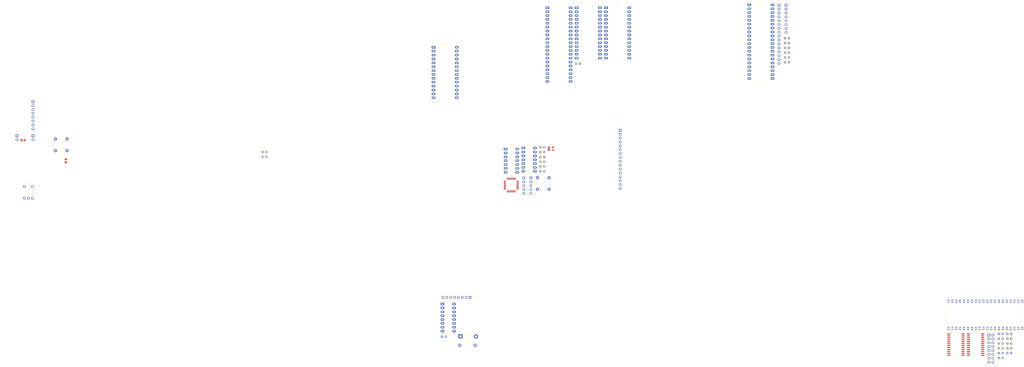
<source format=kicad_pcb>
(kicad_pcb (version 20241229) (generator "pcbnew") (generator_version "9.0")
  (layers (0 "F.Cu" signal) (2 "B.Cu" signal) (13 "F.Paste" user) (15 "B.Paste" user) (5 "F.SilkS" user "F.Silkscreen") (7 "B.SilkS" user "B.Silkscreen") (1 "F.Mask" user) (3 "B.Mask" user) (25 "Edge.Cuts" user))
  (net 0 "")
  (net 1 "RES")
  (net 2 "GND")
  (net 3 "Net-(D1-K)")
  (net 4 "Net-(D1-A)")
  (net 5 "/UART_RTS_B")
  (net 6 "/UART_TX_B")
  (net 7 "/UART_CTS_B")
  (net 8 "/UART_RX_B")
  (net 9 "/Green")
  (net 10 "+5V")
  (net 11 "/Blue")
  (net 12 "/VSYNC")
  (net 16 "/HSYNC")
  (net 17 "/Red")
  (net 19 "/UART_RTS_A")
  (net 20 "/UART_RX_A")
  (net 21 "/UART_TX_A")
  (net 22 "/UART_CTS_A")
  (net 23 "Net-(U2-CA2)")
  (net 24 "Net-(U2-CA1)")
  (net 25 "Net-(U7-CLK_INH)")
  (net 26 "Net-(U1-RDY)")
  (net 27 "Net-(U6-V0)")
  (net 28 "Net-(U2-CB2)")
  (net 29 "/IO_EXT_DATA")
  (net 30 "Net-(U2-CB1)")
  (net 31 "/IO_EXT_CLK")
  (net 32 "Net-(U5-~{CDB})")
  (net 33 "Net-(U5-~{CDA})")
  (net 34 "Net-(U5-~{DSRB})")
  (net 35 "Net-(U5-~{DSRA})")
  (net 36 "Net-(U5-~{RIA})")
  (net 37 "Net-(U5-~{RIB})")
  (net 38 "Net-(U17-UART0_TX{slash}I2C0_SDA{slash}SPI0_RX{slash}GP16)")
  (net 39 "Net-(U17-UART0_RX{slash}SPI0_SCL{slash}SPI0_CSn{slash}GP17)")
  (net 40 "Net-(U17-I2C1_SDA{slash}SPI0_SCK{slash}GP18)")
  (net 41 "Net-(U17-I2C0_SCL{slash}GP21)")
  (net 42 "Net-(U17-I2C0_SDA{slash}GP20)")
  (net 43 "Net-(U17-I2C1_SCL{slash}SPI0_TX{slash}GP19)")
  (net 44 "Net-(U17-I2C1_SCL{slash}ADC1{slash}GP27)")
  (net 45 "Net-(U17-I2C1_SDA{slash}ADC0{slash}GP26)")
  (net 46 "Net-(U17-GP22)")
  (net 47 "/D3")
  (net 48 "/D1")
  (net 49 "/A8")
  (net 51 "CLK")
  (net 53 "/D7")
  (net 57 "/A7")
  (net 58 "/D5")
  (net 59 "/A9")
  (net 60 "/A10")
  (net 61 "/A14")
  (net 62 "/A3")
  (net 63 "/D6")
  (net 64 "/A0")
  (net 65 "~{IRQ}")
  (net 66 "/A2")
  (net 68 "/A12")
  (net 69 "/D4")
  (net 70 "/A6")
  (net 72 "/A15")
  (net 73 "/A4")
  (net 75 "/A11")
  (net 76 "RW")
  (net 77 "/D2")
  (net 78 "/A5")
  (net 80 "/A13")
  (net 81 "/D0")
  (net 82 "Net-(U2-PB4)")
  (net 83 "Net-(U2-PB2)")
  (net 84 "/A1")
  (net 85 "CEC2")
  (net 86 "Net-(U2-PB7)")
  (net 87 "Net-(U2-PB3)")
  (net 89 "Net-(U2-PB5)")
  (net 90 "Net-(U2-PB1)")
  (net 91 "Net-(U2-PB6)")
  (net 92 "CEC0")
  (net 93 "CEC1")
  (net 95 "/UART_INT_A")
  (net 98 "CEC4")
  (net 99 "/UART_~{IOW}")
  (net 101 "/UART_INT_B")
  (net 103 "CEC3")
  (net 109 "Net-(U5-XTAL1)")
  (net 115 "Net-(U5-RESET)")
  (net 120 "/UART_~{IOR}")
  (net 129 "Net-(U7-~{SH{slash}LD})")
  (net 132 "UART_R~{W}")
  (net 134 "Net-(U13-Pad5)")
  (net 136 "CEC6")
  (net 138 "CEC7")
  (net 140 "CEC5")
  (net 141 "UART_INT")
  (net 144 "Net-(U15-B2)")
  (net 145 "Net-(U15-B5)")
  (net 147 "Net-(U15-B1)")
  (net 148 "Net-(U15-B3)")
  (net 149 "Net-(U15-B4)")
  (net 150 "Net-(U15-B6)")
  (net 151 "Net-(U16-B1)")
  (net 153 "Net-(U16-B5)")
  (net 154 "Net-(U16-B2)")
  (net 155 "Net-(U16-B3)")
  (net 156 "Net-(U16-B4)")
  (net 157 "Net-(U16-B6)")
  (net 158 "Net-(U15-B7)")
  (net 165 "Net-(U15-B8)")
  (net 168 "Net-(J4-Pin_1)")
  (net 169 "Net-(J4-Pin_4)")
  (net 170 "Net-(J4-Pin_3)")
  (net 171 "Net-(J4-Pin_8)")
  (net 172 "Net-(J4-Pin_7)")
  (net 173 "Net-(J4-Pin_5)")
  (net 174 "Net-(J4-Pin_6)")
  (net 175 "Net-(J4-Pin_2)")
  (net 177 "Net-(J7-Pin_2)")
  (net 178 "/B")
  (net 179 "/E")
  (net 180 "/F")
  (net 181 "/C")
  (net 182 "/D")
  (net 183 "/A")
  (net 184 "/H")
  (net 185 "/G")
  (net 186 "Net-(Y1-OUT)")
  (net 187 "Net-(U17-ADC2{slash}GP28)")
  (net 188 "+3V3")
  (footprint "Resistor_THT:R_Axial_DIN0204_L3.6mm_D1.6mm_P2.54mm_Vertical" (layer "F.Cu") (at 115.23 153.625)
    (property "Reference" "R14" (at 1.27 -1.92 0) (layer "F.SilkS"))
    (property "Value" "220")
    (pad "1" thru_hole circle (at 0 0) (size 1.4 1.4) (drill 0.7) (layers "*.Cu" "*.Mask") (net 35 "Net-(U5-~{DSRA})"))
    (pad "2" thru_hole circle (at 2.54 0) (size 1.4 1.4) (drill 0.7) (layers "*.Cu" "*.Mask") (net 10 "+5V"))
  )
  (footprint "Package_DIP:CERDIP-14_W7.62mm_SideBrazed_LongPads" (layer "F.Cu") (at 92.49 145.285)
    (property "Reference" "U8" (at 3.81 -2.965 0) (layer "F.SilkS"))
    (property "Value" "74HC14")
    (pad "1" thru_hole roundrect (at 0 0) (size 2.4 1.6) (drill 0.8) (layers "*.Cu" "*.Mask") (roundrect_rratio 0.15625) (net 3 "Net-(D1-K)"))
    (pad "2" thru_hole oval (at 0 2.54) (size 2.4 1.6) (drill 0.8) (layers "*.Cu" "*.Mask") (net 129 "Net-(U7-~{SH{slash}LD})"))
    (pad "3" thru_hole oval (at 0 5.08) (size 2.4 1.6) (drill 0.8) (layers "*.Cu" "*.Mask") (net 31 "/IO_EXT_CLK"))
    (pad "4" thru_hole oval (at 0 7.62) (size 2.4 1.6) (drill 0.8) (layers "*.Cu" "*.Mask") (net 4 "Net-(D1-A)"))
    (pad "5" thru_hole oval (at 0 10.16) (size 2.4 1.6) (drill 0.8) (layers "*.Cu" "*.Mask") (net 1 "RES"))
    (pad "6" thru_hole oval (at 0 12.7) (size 2.4 1.6) (drill 0.8) (layers "*.Cu" "*.Mask") (net 115 "Net-(U5-RESET)"))
    (pad "7" thru_hole oval (at 0 15.24) (size 2.4 1.6) (drill 0.8) (layers "*.Cu" "*.Mask") (net 2 "GND"))
    (pad "8" thru_hole oval (at 7.62 15.24) (size 2.4 1.6) (drill 0.8) (layers "*.Cu" "*.Mask") (net 134 "Net-(U13-Pad5)"))
    (pad "9" thru_hole oval (at 7.62 12.7) (size 2.4 1.6) (drill 0.8) (layers "*.Cu" "*.Mask") (net 132 "UART_R~{W}"))
    (pad "10" thru_hole oval (at 7.62 10.16) (size 2.4 1.6) (drill 0.8) (layers "*.Cu" "*.Mask"))
    (pad "11" thru_hole oval (at 7.62 7.62) (size 2.4 1.6) (drill 0.8) (layers "*.Cu" "*.Mask") (net 2 "GND"))
    (pad "12" thru_hole oval (at 7.62 5.08) (size 2.4 1.6) (drill 0.8) (layers "*.Cu" "*.Mask"))
    (pad "13" thru_hole oval (at 7.62 2.54) (size 2.4 1.6) (drill 0.8) (layers "*.Cu" "*.Mask") (net 2 "GND"))
    (pad "14" thru_hole oval (at 7.62 0) (size 2.4 1.6) (drill 0.8) (layers "*.Cu" "*.Mask") (net 10 "+5V"))
  )
  (footprint "Package_DIP:DIP-40_W15.24mm_LongPads" (layer "F.Cu") (at 252 50.74)
    (property "Reference" "U2" (at 7.62 -2.33 0) (layer "F.SilkS"))
    (property "Value" "W65C22")
    (pad "1" thru_hole roundrect (at 0 0) (size 2.4 1.6) (drill 0.8) (layers "*.Cu" "*.Mask") (roundrect_rratio 0.15625) (net 2 "GND"))
    (pad "2" thru_hole oval (at 0 2.54) (size 2.4 1.6) (drill 0.8) (layers "*.Cu" "*.Mask") (net 171 "Net-(J4-Pin_8)"))
    (pad "3" thru_hole oval (at 0 5.08) (size 2.4 1.6) (drill 0.8) (layers "*.Cu" "*.Mask") (net 172 "Net-(J4-Pin_7)"))
    (pad "4" thru_hole oval (at 0 7.62) (size 2.4 1.6) (drill 0.8) (layers "*.Cu" "*.Mask") (net 174 "Net-(J4-Pin_6)"))
    (pad "5" thru_hole oval (at 0 10.16) (size 2.4 1.6) (drill 0.8) (layers "*.Cu" "*.Mask") (net 173 "Net-(J4-Pin_5)"))
    (pad "6" thru_hole oval (at 0 12.7) (size 2.4 1.6) (drill 0.8) (layers "*.Cu" "*.Mask") (net 169 "Net-(J4-Pin_4)"))
    (pad "7" thru_hole oval (at 0 15.24) (size 2.4 1.6) (drill 0.8) (layers "*.Cu" "*.Mask") (net 170 "Net-(J4-Pin_3)"))
    (pad "8" thru_hole oval (at 0 17.78) (size 2.4 1.6) (drill 0.8) (layers "*.Cu" "*.Mask") (net 175 "Net-(J4-Pin_2)"))
    (pad "9" thru_hole oval (at 0 20.32) (size 2.4 1.6) (drill 0.8) (layers "*.Cu" "*.Mask") (net 168 "Net-(J4-Pin_1)"))
    (pad "10" thru_hole oval (at 0 22.86) (size 2.4 1.6) (drill 0.8) (layers "*.Cu" "*.Mask"))
    (pad "11" thru_hole oval (at 0 25.4) (size 2.4 1.6) (drill 0.8) (layers "*.Cu" "*.Mask") (net 90 "Net-(U2-PB1)"))
    (pad "12" thru_hole oval (at 0 27.94) (size 2.4 1.6) (drill 0.8) (layers "*.Cu" "*.Mask") (net 83 "Net-(U2-PB2)"))
    (pad "13" thru_hole oval (at 0 30.48) (size 2.4 1.6) (drill 0.8) (layers "*.Cu" "*.Mask") (net 87 "Net-(U2-PB3)"))
    (pad "14" thru_hole oval (at 0 33.02) (size 2.4 1.6) (drill 0.8) (layers "*.Cu" "*.Mask") (net 82 "Net-(U2-PB4)"))
    (pad "15" thru_hole oval (at 0 35.56) (size 2.4 1.6) (drill 0.8) (layers "*.Cu" "*.Mask") (net 89 "Net-(U2-PB5)"))
    (pad "16" thru_hole oval (at 0 38.1) (size 2.4 1.6) (drill 0.8) (layers "*.Cu" "*.Mask") (net 91 "Net-(U2-PB6)"))
    (pad "17" thru_hole oval (at 0 40.64) (size 2.4 1.6) (drill 0.8) (layers "*.Cu" "*.Mask") (net 86 "Net-(U2-PB7)"))
    (pad "18" thru_hole oval (at 0 43.18) (size 2.4 1.6) (drill 0.8) (layers "*.Cu" "*.Mask") (net 30 "Net-(U2-CB1)"))
    (pad "19" thru_hole oval (at 0 45.72) (size 2.4 1.6) (drill 0.8) (layers "*.Cu" "*.Mask") (net 28 "Net-(U2-CB2)"))
    (pad "20" thru_hole oval (at 0 48.26) (size 2.4 1.6) (drill 0.8) (layers "*.Cu" "*.Mask") (net 10 "+5V"))
    (pad "21" thru_hole oval (at 15.24 48.26) (size 2.4 1.6) (drill 0.8) (layers "*.Cu" "*.Mask") (net 65 "~{IRQ}"))
    (pad "22" thru_hole oval (at 15.24 45.72) (size 2.4 1.6) (drill 0.8) (layers "*.Cu" "*.Mask") (net 76 "RW"))
    (pad "23" thru_hole oval (at 15.24 43.18) (size 2.4 1.6) (drill 0.8) (layers "*.Cu" "*.Mask") (net 85 "CEC2"))
    (pad "24" thru_hole oval (at 15.24 40.64) (size 2.4 1.6) (drill 0.8) (layers "*.Cu" "*.Mask") (net 10 "+5V"))
    (pad "25" thru_hole oval (at 15.24 38.1) (size 2.4 1.6) (drill 0.8) (layers "*.Cu" "*.Mask") (net 51 "CLK"))
    (pad "26" thru_hole oval (at 15.24 35.56) (size 2.4 1.6) (drill 0.8) (layers "*.Cu" "*.Mask") (net 53 "/D7"))
    (pad "27" thru_hole oval (at 15.24 33.02) (size 2.4 1.6) (drill 0.8) (layers "*.Cu" "*.Mask") (net 63 "/D6"))
    (pad "28" thru_hole oval (at 15.24 30.48) (size 2.4 1.6) (drill 0.8) (layers "*.Cu" "*.Mask") (net 58 "/D5"))
    (pad "29" thru_hole oval (at 15.24 27.94) (size 2.4 1.6) (drill 0.8) (layers "*.Cu" "*.Mask") (net 69 "/D4"))
    (pad "30" thru_hole oval (at 15.24 25.4) (size 2.4 1.6) (drill 0.8) (layers "*.Cu" "*.Mask") (net 47 "/D3"))
    (pad "31" thru_hole oval (at 15.24 22.86) (size 2.4 1.6) (drill 0.8) (layers "*.Cu" "*.Mask") (net 77 "/D2"))
    (pad "32" thru_hole oval (at 15.24 20.32) (size 2.4 1.6) (drill 0.8) (layers "*.Cu" "*.Mask") (net 48 "/D1"))
    (pad "33" thru_hole oval (at 15.24 17.78) (size 2.4 1.6) (drill 0.8) (layers "*.Cu" "*.Mask") (net 81 "/D0"))
    (pad "34" thru_hole oval (at 15.24 15.24) (size 2.4 1.6) (drill 0.8) (layers "*.Cu" "*.Mask") (net 1 "RES"))
    (pad "35" thru_hole oval (at 15.24 12.7) (size 2.4 1.6) (drill 0.8) (layers "*.Cu" "*.Mask") (net 62 "/A3"))
    (pad "36" thru_hole oval (at 15.24 10.16) (size 2.4 1.6) (drill 0.8) (layers "*.Cu" "*.Mask") (net 66 "/A2"))
    (pad "37" thru_hole oval (at 15.24 7.62) (size 2.4 1.6) (drill 0.8) (layers "*.Cu" "*.Mask") (net 84 "/A1"))
    (pad "38" thru_hole oval (at 15.24 5.08) (size 2.4 1.6) (drill 0.8) (layers "*.Cu" "*.Mask") (net 64 "/A0"))
    (pad "39" thru_hole oval (at 15.24 2.54) (size 2.4 1.6) (drill 0.8) (layers "*.Cu" "*.Mask") (net 23 "Net-(U2-CA2)"))
    (pad "40" thru_hole oval (at 15.24 0) (size 2.4 1.6) (drill 0.8) (layers "*.Cu" "*.Mask") (net 24 "Net-(U2-CA1)"))
  )
  (footprint "Resistor_SMD:R_0805_2012Metric_Pad1.20x1.40mm_HandSolder" (layer "F.Cu") (at -195.5 153 -90)
    (property "Reference" "R26" (at 0 -1.65 90) (layer "F.SilkS"))
    (property "Value" "0")
    (pad "1" smd roundrect (at -1 0 270) (size 1.2 1.4) (layers "F.Cu" "F.Mask" "F.Paste") (roundrect_rratio 0.208333) (net 186 "Net-(Y1-OUT)"))
    (pad "2" smd roundrect (at 1 0 270) (size 1.2 1.4) (layers "F.Cu" "F.Mask" "F.Paste") (roundrect_rratio 0.208333) (net 51 "CLK"))
  )
  (footprint "Connector_PinHeader_2.54mm:PinHeader_1x02_P2.54mm_Vertical" (layer "F.Cu") (at -217 136.63)
    (property "Reference" "J8" (at 0 -2.38 0) (layer "F.SilkS"))
    (property "Value" "Conn_01x02")
    (pad "1" thru_hole rect (at 0 0) (size 1.7 1.7) (drill 1) (layers "*.Cu" "*.Mask") (net 10 "+5V"))
    (pad "2" thru_hole circle (at 0 2.54) (size 1.7 1.7) (drill 1) (layers "*.Cu" "*.Mask") (net 2 "GND"))
  )
  (footprint "Connector_PinHeader_2.54mm:PinHeader_1x08_P2.54mm_Vertical" (layer "F.Cu") (at 69.23 242.57 -90)
    (property "Reference" "J9" (at 0 -2.38 90) (layer "F.SilkS"))
    (property "Value" "Conn_01x08")
    (pad "1" thru_hole rect (at 0 0 270) (size 1.7 1.7) (drill 1) (layers "*.Cu" "*.Mask") (net 183 "/A"))
    (pad "2" thru_hole circle (at 0 2.54 270) (size 1.7 1.7) (drill 1) (layers "*.Cu" "*.Mask") (net 178 "/B"))
    (pad "3" thru_hole circle (at 0 5.08 270) (size 1.7 1.7) (drill 1) (layers "*.Cu" "*.Mask") (net 181 "/C"))
    (pad "4" thru_hole circle (at 0 7.62 270) (size 1.7 1.7) (drill 1) (layers "*.Cu" "*.Mask") (net 182 "/D"))
    (pad "5" thru_hole circle (at 0 10.16 270) (size 1.7 1.7) (drill 1) (layers "*.Cu" "*.Mask") (net 179 "/E"))
    (pad "6" thru_hole circle (at 0 12.7 270) (size 1.7 1.7) (drill 1) (layers "*.Cu" "*.Mask") (net 180 "/F"))
    (pad "7" thru_hole circle (at 0 15.24 270) (size 1.7 1.7) (drill 1) (layers "*.Cu" "*.Mask") (net 185 "/G"))
    (pad "8" thru_hole circle (at 0 17.78 270) (size 1.7 1.7) (drill 1) (layers "*.Cu" "*.Mask") (net 184 "/H"))
  )
  (footprint "Connector_PinHeader_2.54mm:PinHeader_1x16_P2.54mm_Vertical" (layer "F.Cu") (at 167.5 133.02)
    (property "Reference" "J5" (at 0 -2.38 0) (layer "F.SilkS"))
    (property "Value" "Conn_01x16")
    (pad "1" thru_hole rect (at 0 0) (size 1.7 1.7) (drill 1) (layers "*.Cu" "*.Mask") (net 64 "/A0"))
    (pad "2" thru_hole circle (at 0 2.54) (size 1.7 1.7) (drill 1) (layers "*.Cu" "*.Mask"))
    (pad "3" thru_hole circle (at 0 5.08) (size 1.7 1.7) (drill 1) (layers "*.Cu" "*.Mask") (net 66 "/A2"))
    (pad "4" thru_hole circle (at 0 7.62) (size 1.7 1.7) (drill 1) (layers "*.Cu" "*.Mask") (net 62 "/A3"))
    (pad "5" thru_hole circle (at 0 10.16) (size 1.7 1.7) (drill 1) (layers "*.Cu" "*.Mask") (net 73 "/A4"))
    (pad "6" thru_hole circle (at 0 12.7) (size 1.7 1.7) (drill 1) (layers "*.Cu" "*.Mask") (net 78 "/A5"))
    (pad "7" thru_hole circle (at 0 15.24) (size 1.7 1.7) (drill 1) (layers "*.Cu" "*.Mask") (net 70 "/A6"))
    (pad "8" thru_hole circle (at 0 17.78) (size 1.7 1.7) (drill 1) (layers "*.Cu" "*.Mask") (net 57 "/A7"))
    (pad "9" thru_hole circle (at 0 20.32) (size 1.7 1.7) (drill 1) (layers "*.Cu" "*.Mask") (net 49 "/A8"))
    (pad "10" thru_hole circle (at 0 22.86) (size 1.7 1.7) (drill 1) (layers "*.Cu" "*.Mask") (net 59 "/A9"))
    (pad "11" thru_hole circle (at 0 25.4) (size 1.7 1.7) (drill 1) (layers "*.Cu" "*.Mask") (net 60 "/A10"))
    (pad "12" thru_hole circle (at 0 27.94) (size 1.7 1.7) (drill 1) (layers "*.Cu" "*.Mask") (net 75 "/A11"))
    (pad "13" thru_hole circle (at 0 30.48) (size 1.7 1.7) (drill 1) (layers "*.Cu" "*.Mask") (net 68 "/A12"))
    (pad "14" thru_hole circle (at 0 33.02) (size 1.7 1.7) (drill 1) (layers "*.Cu" "*.Mask") (net 80 "/A13"))
    (pad "15" thru_hole circle (at 0 35.56) (size 1.7 1.7) (drill 1) (layers "*.Cu" "*.Mask") (net 61 "/A14"))
    (pad "16" thru_hole circle (at 0 38.1) (size 1.7 1.7) (drill 1) (layers "*.Cu" "*.Mask") (net 72 "/A15"))
  )
  (footprint "Resistor_THT:R_Axial_DIN0204_L3.6mm_D1.6mm_P2.54mm_Vertical" (layer "F.Cu") (at 420.97 266.5)
    (property "Reference" "R23" (at 1.27 -1.92 0) (layer "F.SilkS"))
    (property "Value" "2k")
    (pad "1" thru_hole circle (at 0 0) (size 1.4 1.4) (drill 0.7) (layers "*.Cu" "*.Mask") (net 44 "Net-(U17-I2C1_SCL{slash}ADC1{slash}GP27)"))
    (pad "2" thru_hole circle (at 2.54 0) (size 1.4 1.4) (drill 0.7) (layers "*.Cu" "*.Mask") (net 11 "/Blue"))
  )
  (footprint "6502-and-friends:ECS-2100X" (layer "F.Cu") (at -198.5 142.5 90)
    (property "Reference" "Y1" (at -6.31 0 0) (layer "F.SilkS"))
    (property "Value" "ecs-2100x")
    (pad "1" thru_hole circle (at 3.81 -3.81 90) (size 2 2) (drill 0.8) (layers "*.Cu" "*.Mask"))
    (pad "4" thru_hole circle (at -3.81 -3.81 90) (size 2 2) (drill 0.8) (layers "*.Cu" "*.Mask") (net 2 "GND"))
    (pad "5" thru_hole circle (at -3.81 3.81 90) (size 2 2) (drill 0.8) (layers "*.Cu" "*.Mask") (net 186 "Net-(Y1-OUT)"))
    (pad "8" thru_hole circle (at 3.81 3.81 90) (size 2 2) (drill 0.8) (layers "*.Cu" "*.Mask") (net 10 "+5V"))
  )
  (footprint "Diode_THT:D_5W_P10.16mm_Horizontal" (layer "F.Cu") (at 62.9 268.1)
    (property "Reference" "D1" (at 5.08 -2.97 0) (layer "F.SilkS"))
    (property "Value" "D")
    (fp_text user "K" (at 0 -2.4 0) (layer "F.SilkS"))
    (pad "1" thru_hole roundrect (at 0 0) (size 2.8 2.8) (drill 1.4) (layers "*.Cu" "*.Mask") (roundrect_rratio 0.089286) (net 3 "Net-(D1-K)"))
    (pad "2" thru_hole circle (at 10.16 0) (size 2.8 2.8) (drill 1.4) (layers "*.Cu" "*.Mask") (net 4 "Net-(D1-A)"))
  )
  (footprint "Resistor_THT:R_Axial_DIN0204_L3.6mm_D1.6mm_P2.54mm_Vertical" (layer "F.Cu") (at 275.38 82.08)
    (property "Reference" "R8" (at 1.27 -1.92 0) (layer "F.SilkS"))
    (property "Value" "660")
    (pad "1" thru_hole circle (at 0 0) (size 1.4 1.4) (drill 0.7) (layers "*.Cu" "*.Mask") (net 2 "GND"))
    (pad "2" thru_hole circle (at 2.54 0) (size 1.4 1.4) (drill 0.7) (layers "*.Cu" "*.Mask") (net 27 "Net-(U6-V0)"))
  )
  (footprint "Connector_PinHeader_2.54mm:PinHeader_1x08_P2.54mm_Vertical" (layer "F.Cu") (at 276.1 50.98)
    (property "Reference" "J4" (at 0 -2.38 0) (layer "F.SilkS"))
    (property "Value" "Conn_01x08")
    (pad "1" thru_hole rect (at 0 0) (size 1.7 1.7) (drill 1) (layers "*.Cu" "*.Mask") (net 168 "Net-(J4-Pin_1)"))
    (pad "2" thru_hole circle (at 0 2.54) (size 1.7 1.7) (drill 1) (layers "*.Cu" "*.Mask") (net 175 "Net-(J4-Pin_2)"))
    (pad "3" thru_hole circle (at 0 5.08) (size 1.7 1.7) (drill 1) (layers "*.Cu" "*.Mask") (net 170 "Net-(J4-Pin_3)"))
    (pad "4" thru_hole circle (at 0 7.62) (size 1.7 1.7) (drill 1) (layers "*.Cu" "*.Mask") (net 169 "Net-(J4-Pin_4)"))
    (pad "5" thru_hole circle (at 0 10.16) (size 1.7 1.7) (drill 1) (layers "*.Cu" "*.Mask") (net 173 "Net-(J4-Pin_5)"))
    (pad "6" thru_hole circle (at 0 12.7) (size 1.7 1.7) (drill 1) (layers "*.Cu" "*.Mask") (net 174 "Net-(J4-Pin_6)"))
    (pad "7" thru_hole circle (at 0 15.24) (size 1.7 1.7) (drill 1) (layers "*.Cu" "*.Mask") (net 172 "Net-(J4-Pin_7)"))
    (pad "8" thru_hole circle (at 0 17.78) (size 1.7 1.7) (drill 1) (layers "*.Cu" "*.Mask") (net 171 "Net-(J4-Pin_8)"))
  )
  (footprint "6502-and-friends:ECS-2100X" (layer "F.Cu") (at 117.125 167.82)
    (property "Reference" "Y2" (at -6.31 0 90) (layer "F.SilkS"))
    (property "Value" "ecs-2100x")
    (pad "1" thru_hole circle (at 3.81 -3.81) (size 2 2) (drill 0.8) (layers "*.Cu" "*.Mask"))
    (pad "4" thru_hole circle (at -3.81 -3.81) (size 2 2) (drill 0.8) (layers "*.Cu" "*.Mask") (net 10 "+5V"))
    (pad "5" thru_hole circle (at -3.81 3.81) (size 2 2) (drill 0.8) (layers "*.Cu" "*.Mask") (net 109 "Net-(U5-XTAL1)"))
    (pad "8" thru_hole circle (at 3.81 3.81) (size 2 2) (drill 0.8) (layers "*.Cu" "*.Mask") (net 2 "GND"))
  )
  (footprint "Resistor_THT:R_Axial_DIN0204_L3.6mm_D1.6mm_P2.54mm_Vertical" (layer "F.Cu") (at 115.23 159.925)
    (property "Reference" "R16" (at 1.27 -1.92 0) (layer "F.SilkS"))
    (property "Value" "220")
    (pad "1" thru_hole circle (at 0 0) (size 1.4 1.4) (drill 0.7) (layers "*.Cu" "*.Mask") (net 37 "Net-(U5-~{RIB})"))
    (pad "2" thru_hole circle (at 2.54 0) (size 1.4 1.4) (drill 0.7) (layers "*.Cu" "*.Mask") (net 10 "+5V"))
  )
  (footprint "Package_DIP:DIP-28_W15.24mm_LongPads" (layer "F.Cu") (at 158.2 52.68)
    (property "Reference" "U4" (at 7.62 -2.33 0) (layer "F.SilkS"))
    (property "Value" "AS6C62256")
    (pad "1" thru_hole roundrect (at 0 0) (size 2.4 1.6) (drill 0.8) (layers "*.Cu" "*.Mask") (roundrect_rratio 0.15625) (net 61 "/A14"))
    (pad "2" thru_hole oval (at 0 2.54) (size 2.4 1.6) (drill 0.8) (layers "*.Cu" "*.Mask") (net 68 "/A12"))
    (pad "3" thru_hole oval (at 0 5.08) (size 2.4 1.6) (drill 0.8) (layers "*.Cu" "*.Mask") (net 57 "/A7"))
    (pad "4" thru_hole oval (at 0 7.62) (size 2.4 1.6) (drill 0.8) (layers "*.Cu" "*.Mask") (net 70 "/A6"))
    (pad "5" thru_hole oval (at 0 10.16) (size 2.4 1.6) (drill 0.8) (layers "*.Cu" "*.Mask") (net 78 "/A5"))
    (pad "6" thru_hole oval (at 0 12.7) (size 2.4 1.6) (drill 0.8) (layers "*.Cu" "*.Mask") (net 73 "/A4"))
    (pad "7" thru_hole oval (at 0 15.24) (size 2.4 1.6) (drill 0.8) (layers "*.Cu" "*.Mask") (net 62 "/A3"))
    (pad "8" thru_hole oval (at 0 17.78) (size 2.4 1.6) (drill 0.8) (layers "*.Cu" "*.Mask") (net 66 "/A2"))
    (pad "9" thru_hole oval (at 0 20.32) (size 2.4 1.6) (drill 0.8) (layers "*.Cu" "*.Mask") (net 84 "/A1"))
    (pad "10" thru_hole oval (at 0 22.86) (size 2.4 1.6) (drill 0.8) (layers "*.Cu" "*.Mask") (net 64 "/A0"))
    (pad "11" thru_hole oval (at 0 25.4) (size 2.4 1.6) (drill 0.8) (layers "*.Cu" "*.Mask") (net 81 "/D0"))
    (pad "12" thru_hole oval (at 0 27.94) (size 2.4 1.6) (drill 0.8) (layers "*.Cu" "*.Mask") (net 48 "/D1"))
    (pad "13" thru_hole oval (at 0 30.48) (size 2.4 1.6) (drill 0.8) (layers "*.Cu" "*.Mask") (net 77 "/D2"))
    (pad "14" thru_hole oval (at 0 33.02) (size 2.4 1.6) (drill 0.8) (layers "*.Cu" "*.Mask") (net 2 "GND"))
    (pad "15" thru_hole oval (at 15.24 33.02) (size 2.4 1.6) (drill 0.8) (layers "*.Cu" "*.Mask") (net 47 "/D3"))
    (pad "16" thru_hole oval (at 15.24 30.48) (size 2.4 1.6) (drill 0.8) (layers "*.Cu" "*.Mask") (net 69 "/D4"))
    (pad "17" thru_hole oval (at 15.24 27.94) (size 2.4 1.6) (drill 0.8) (layers "*.Cu" "*.Mask") (net 58 "/D5"))
    (pad "18" thru_hole oval (at 15.24 25.4) (size 2.4 1.6) (drill 0.8) (layers "*.Cu" "*.Mask") (net 63 "/D6"))
    (pad "19" thru_hole oval (at 15.24 22.86) (size 2.4 1.6) (drill 0.8) (layers "*.Cu" "*.Mask") (net 53 "/D7"))
    (pad "20" thru_hole oval (at 15.24 20.32) (size 2.4 1.6) (drill 0.8) (layers "*.Cu" "*.Mask") (net 93 "CEC1"))
    (pad "21" thru_hole oval (at 15.24 17.78) (size 2.4 1.6) (drill 0.8) (layers "*.Cu" "*.Mask") (net 60 "/A10"))
    (pad "22" thru_hole oval (at 15.24 15.24) (size 2.4 1.6) (drill 0.8) (layers "*.Cu" "*.Mask") (net 2 "GND"))
    (pad "23" thru_hole oval (at 15.24 12.7) (size 2.4 1.6) (drill 0.8) (layers "*.Cu" "*.Mask") (net 75 "/A11"))
    (pad "24" thru_hole oval (at 15.24 10.16) (size 2.4 1.6) (drill 0.8) (layers "*.Cu" "*.Mask") (net 59 "/A9"))
    (pad "25" thru_hole oval (at 15.24 7.62) (size 2.4 1.6) (drill 0.8) (layers "*.Cu" "*.Mask") (net 49 "/A8"))
    (pad "26" thru_hole oval (at 15.24 5.08) (size 2.4 1.6) (drill 0.8) (layers "*.Cu" "*.Mask") (net 80 "/A13"))
    (pad "27" thru_hole oval (at 15.24 2.54) (size 2.4 1.6) (drill 0.8) (layers "*.Cu" "*.Mask") (net 76 "RW"))
    (pad "28" thru_hole oval (at 15.24 0) (size 2.4 1.6) (drill 0.8) (layers "*.Cu" "*.Mask") (net 10 "+5V"))
  )
  (footprint "Package_QFP:LQFP-48_7x7mm_P0.5mm" (layer "F.Cu") (at 96.19 168.885)
    (property "Reference" "U5" (at 0 -5.85 0) (layer "F.SilkS"))
    (property "Value" "SC16C752BIB48")
    (pad "1" smd roundrect (at -4.1625 -2.75) (size 1.475 0.3) (layers "F.Cu" "F.Mask" "F.Paste"))
    (pad "2" smd roundrect (at -4.1625 -2.25) (size 1.475 0.3) (layers "F.Cu" "F.Mask" "F.Paste"))
    (pad "3" smd roundrect (at -4.1625 -1.75) (size 1.475 0.3) (layers "F.Cu" "F.Mask" "F.Paste"))
    (pad "4" smd roundrect (at -4.1625 -1.25) (size 1.475 0.3) (layers "F.Cu" "F.Mask" "F.Paste") (net 8 "/UART_RX_B"))
    (pad "5" smd roundrect (at -4.1625 -0.75) (size 1.475 0.3) (layers "F.Cu" "F.Mask" "F.Paste") (net 20 "/UART_RX_A"))
    (pad "6" smd roundrect (at -4.1625 -0.25) (size 1.475 0.3) (layers "F.Cu" "F.Mask" "F.Paste"))
    (pad "7" smd roundrect (at -4.1625 0.25) (size 1.475 0.3) (layers "F.Cu" "F.Mask" "F.Paste") (net 21 "/UART_TX_A"))
    (pad "8" smd roundrect (at -4.1625 0.75) (size 1.475 0.3) (layers "F.Cu" "F.Mask" "F.Paste") (net 6 "/UART_TX_B"))
    (pad "9" smd roundrect (at -4.1625 1.25) (size 1.475 0.3) (layers "F.Cu" "F.Mask" "F.Paste"))
    (pad "10" smd roundrect (at -4.1625 1.75) (size 1.475 0.3) (layers "F.Cu" "F.Mask" "F.Paste") (net 98 "CEC4"))
    (pad "11" smd roundrect (at -4.1625 2.25) (size 1.475 0.3) (layers "F.Cu" "F.Mask" "F.Paste") (net 103 "CEC3"))
    (pad "12" smd roundrect (at -4.1625 2.75) (size 1.475 0.3) (layers "F.Cu" "F.Mask" "F.Paste"))
    (pad "13" smd roundrect (at -2.75 4.1625) (size 0.3 1.475) (layers "F.Cu" "F.Mask" "F.Paste") (net 109 "Net-(U5-XTAL1)"))
    (pad "14" smd roundrect (at -2.25 4.1625) (size 0.3 1.475) (layers "F.Cu" "F.Mask" "F.Paste"))
    (pad "15" smd roundrect (at -1.75 4.1625) (size 0.3 1.475) (layers "F.Cu" "F.Mask" "F.Paste") (net 99 "/UART_~{IOW}"))
    (pad "16" smd roundrect (at -1.25 4.1625) (size 0.3 1.475) (layers "F.Cu" "F.Mask" "F.Paste") (net 32 "Net-(U5-~{CDB})"))
    (pad "17" smd roundrect (at -0.75 4.1625) (size 0.3 1.475) (layers "F.Cu" "F.Mask" "F.Paste") (net 2 "GND"))
    (pad "18" smd roundrect (at -0.25 4.1625) (size 0.3 1.475) (layers "F.Cu" "F.Mask" "F.Paste"))
    (pad "19" smd roundrect (at 0.25 4.1625) (size 0.3 1.475) (layers "F.Cu" "F.Mask" "F.Paste") (net 120 "/UART_~{IOR}"))
    (pad "20" smd roundrect (at 0.75 4.1625) (size 0.3 1.475) (layers "F.Cu" "F.Mask" "F.Paste") (net 34 "Net-(U5-~{DSRB})"))
    (pad "21" smd roundrect (at 1.25 4.1625) (size 0.3 1.475) (layers "F.Cu" "F.Mask" "F.Paste") (net 37 "Net-(U5-~{RIB})"))
    (pad "22" smd roundrect (at 1.75 4.1625) (size 0.3 1.475) (layers "F.Cu" "F.Mask" "F.Paste") (net 5 "/UART_RTS_B"))
    (pad "23" smd roundrect (at 2.25 4.1625) (size 0.3 1.475) (layers "F.Cu" "F.Mask" "F.Paste") (net 7 "/UART_CTS_B"))
    (pad "24" smd roundrect (at 2.75 4.1625) (size 0.3 1.475) (layers "F.Cu" "F.Mask" "F.Paste"))
    (pad "25" smd roundrect (at 4.1625 2.75) (size 1.475 0.3) (layers "F.Cu" "F.Mask" "F.Paste"))
    (pad "26" smd roundrect (at 4.1625 2.25) (size 1.475 0.3) (layers "F.Cu" "F.Mask" "F.Paste") (net 66 "/A2"))
    (pad "27" smd roundrect (at 4.1625 1.75) (size 1.475 0.3) (layers "F.Cu" "F.Mask" "F.Paste") (net 84 "/A1"))
    (pad "28" smd roundrect (at 4.1625 1.25) (size 1.475 0.3) (layers "F.Cu" "F.Mask" "F.Paste") (net 64 "/A0"))
    (pad "29" smd roundrect (at 4.1625 0.75) (size 1.475 0.3) (layers "F.Cu" "F.Mask" "F.Paste") (net 101 "/UART_INT_B"))
    (pad "30" smd roundrect (at 4.1625 0.25) (size 1.475 0.3) (layers "F.Cu" "F.Mask" "F.Paste") (net 95 "/UART_INT_A"))
    (pad "31" smd roundrect (at 4.1625 -0.25) (size 1.475 0.3) (layers "F.Cu" "F.Mask" "F.Paste"))
    (pad "32" smd roundrect (at 4.1625 -0.75) (size 1.475 0.3) (layers "F.Cu" "F.Mask" "F.Paste"))
    (pad "33" smd roundrect (at 4.1625 -1.25) (size 1.475 0.3) (layers "F.Cu" "F.Mask" "F.Paste") (net 19 "/UART_RTS_A"))
    (pad "34" smd roundrect (at 4.1625 -1.75) (size 1.475 0.3) (layers "F.Cu" "F.Mask" "F.Paste"))
    (pad "35" smd roundrect (at 4.1625 -2.25) (size 1.475 0.3) (layers "F.Cu" "F.Mask" "F.Paste"))
    (pad "36" smd roundrect (at 4.1625 -2.75) (size 1.475 0.3) (layers "F.Cu" "F.Mask" "F.Paste") (net 115 "Net-(U5-RESET)"))
    (pad "37" smd roundrect (at 2.75 -4.1625) (size 0.3 1.475) (layers "F.Cu" "F.Mask" "F.Paste"))
    (pad "38" smd roundrect (at 2.25 -4.1625) (size 0.3 1.475) (layers "F.Cu" "F.Mask" "F.Paste") (net 22 "/UART_CTS_A"))
    (pad "39" smd roundrect (at 1.75 -4.1625) (size 0.3 1.475) (layers "F.Cu" "F.Mask" "F.Paste") (net 35 "Net-(U5-~{DSRA})"))
    (pad "40" smd roundrect (at 1.25 -4.1625) (size 0.3 1.475) (layers "F.Cu" "F.Mask" "F.Paste") (net 33 "Net-(U5-~{CDA})"))
    (pad "41" smd roundrect (at 0.75 -4.1625) (size 0.3 1.475) (layers "F.Cu" "F.Mask" "F.Paste") (net 36 "Net-(U5-~{RIA})"))
    (pad "42" smd roundrect (at 0.25 -4.1625) (size 0.3 1.475) (layers "F.Cu" "F.Mask" "F.Paste") (net 10 "+5V"))
    (pad "43" smd roundrect (at -0.25 -4.1625) (size 0.3 1.475) (layers "F.Cu" "F.Mask" "F.Paste"))
    (pad "44" smd roundrect (at -0.75 -4.1625) (size 0.3 1.475) (layers "F.Cu" "F.Mask" "F.Paste"))
    (pad "45" smd roundrect (at -1.25 -4.1625) (size 0.3 1.475) (layers "F.Cu" "F.Mask" "F.Paste"))
    (pad "46" smd roundrect (at -1.75 -4.1625) (size 0.3 1.475) (layers "F.Cu" "F.Mask" "F.Paste"))
    (pad "47" smd roundrect (at -2.25 -4.1625) (size 0.3 1.475) (layers "F.Cu" "F.Mask" "F.Paste"))
    (pad "48" smd roundrect (at -2.75 -4.1625) (size 0.3 1.475) (layers "F.Cu" "F.Mask" "F.Paste"))
  )
  (footprint "Package_SO:SOIC-24W_7.5x15.4mm_P1.27mm" (layer "F.Cu") (at 387.3 273.5)
    (property "Reference" "U15" (at 0 -8.65 0) (layer "F.SilkS"))
    (property "Value" "SN74LVC4245A")
    (pad "1" smd roundrect (at -4.65 -6.985) (size 2.05 0.6) (layers "F.Cu" "F.Mask" "F.Paste") (net 10 "+5V"))
    (pad "2" smd roundrect (at -4.65 -5.715) (size 2.05 0.6) (layers "F.Cu" "F.Mask" "F.Paste") (net 76 "RW"))
    (pad "3" smd roundrect (at -4.65 -4.445) (size 2.05 0.6) (layers "F.Cu" "F.Mask" "F.Paste") (net 81 "/D0"))
    (pad "4" smd roundrect (at -4.65 -3.175) (size 2.05 0.6) (layers "F.Cu" "F.Mask" "F.Paste") (net 48 "/D1"))
    (pad "5" smd roundrect (at -4.65 -1.905) (size 2.05 0.6) (layers "F.Cu" "F.Mask" "F.Paste") (net 77 "/D2"))
    (pad "6" smd roundrect (at -4.65 -0.635) (size 2.05 0.6) (layers "F.Cu" "F.Mask" "F.Paste") (net 47 "/D3"))
    (pad "7" smd roundrect (at -4.65 0.635) (size 2.05 0.6) (layers "F.Cu" "F.Mask" "F.Paste") (net 69 "/D4"))
    (pad "8" smd roundrect (at -4.65 1.905) (size 2.05 0.6) (layers "F.Cu" "F.Mask" "F.Paste") (net 58 "/D5"))
    (pad "9" smd roundrect (at -4.65 3.175) (size 2.05 0.6) (layers "F.Cu" "F.Mask" "F.Paste") (net 63 "/D6"))
    (pad "10" smd roundrect (at -4.65 4.445) (size 2.05 0.6) (layers "F.Cu" "F.Mask" "F.Paste") (net 53 "/D7"))
    (pad "11" smd roundrect (at -4.65 5.715) (size 2.05 0.6) (layers "F.Cu" "F.Mask" "F.Paste") (net 2 "GND"))
    (pad "12" smd roundrect (at -4.65 6.985) (size 2.05 0.6) (layers "F.Cu" "F.Mask" "F.Paste") (net 2 "GND"))
    (pad "13" smd roundrect (at 4.65 6.985) (size 2.05 0.6) (layers "F.Cu" "F.Mask" "F.Paste") (net 2 "GND"))
    (pad "14" smd roundrect (at 4.65 5.715) (size 2.05 0.6) (layers "F.Cu" "F.Mask" "F.Paste") (net 165 "Net-(U15-B8)"))
    (pad "15" smd roundrect (at 4.65 4.445) (size 2.05 0.6) (layers "F.Cu" "F.Mask" "F.Paste") (net 158 "Net-(U15-B7)"))
    (pad "16" smd roundrect (at 4.65 3.175) (size 2.05 0.6) (layers "F.Cu" "F.Mask" "F.Paste") (net 150 "Net-(U15-B6)"))
    (pad "17" smd roundrect (at 4.65 1.905) (size 2.05 0.6) (layers "F.Cu" "F.Mask" "F.Paste") (net 145 "Net-(U15-B5)"))
    (pad "18" smd roundrect (at 4.65 0.635) (size 2.05 0.6) (layers "F.Cu" "F.Mask" "F.Paste") (net 149 "Net-(U15-B4)"))
    (pad "19" smd roundrect (at 4.65 -0.635) (size 2.05 0.6) (layers "F.Cu" "F.Mask" "F.Paste") (net 148 "Net-(U15-B3)"))
    (pad "20" smd roundrect (at 4.65 -1.905) (size 2.05 0.6) (layers "F.Cu" "F.Mask" "F.Paste") (net 144 "Net-(U15-B2)"))
    (pad "21" smd roundrect (at 4.65 -3.175) (size 2.05 0.6) (layers "F.Cu" "F.Mask" "F.Paste") (net 147 "Net-(U15-B1)"))
    (pad "22" smd roundrect (at 4.65 -4.445) (size 2.05 0.6) (layers "F.Cu" "F.Mask" "F.Paste") (net 140 "CEC5"))
    (pad "23" smd roundrect (at 4.65 -5.715) (size 2.05 0.6) (layers "F.Cu" "F.Mask" "F.Paste"))
    (pad "24" smd roundrect (at 4.65 -6.985) (size 2.05 0.6) (layers "F.Cu" "F.Mask" "F.Paste") (net 188 "+3V3"))
  )
  (footprint "Resistor_THT:R_Axial_DIN0204_L3.6mm_D1.6mm_P2.54mm_Vertical" (layer "F.Cu") (at 420.97 275.95)
    (property "Reference" "R28" (at 1.27 -1.92 0) (layer "F.SilkS"))
    (property "Value" "1k")
    (pad "1" thru_hole circle (at 0 0) (size 1.4 1.4) (drill 0.7) (layers "*.Cu" "*.Mask") (net 187 "Net-(U17-ADC2{slash}GP28)"))
    (pad "2" thru_hole circle (at 2.54 0) (size 1.4 1.4) (drill 0.7) (layers "*.Cu" "*.Mask") (net 76 "RW"))
  )
  (footprint "Resistor_THT:R_Axial_DIN0204_L3.6mm_D1.6mm_P2.54mm_Vertical" (layer "F.Cu") (at 415.38 282.25)
    (property "Reference" "R22" (at 1.27 -1.92 0) (layer "F.SilkS"))
    (property "Value" "500")
    (pad "1" thru_hole circle (at 0 0) (size 1.4 1.4) (drill 0.7) (layers "*.Cu" "*.Mask") (net 43 "Net-(U17-I2C1_SCL{slash}SPI0_TX{slash}GP19)"))
    (pad "2" thru_hole circle (at 2.54 0) (size 1.4 1.4) (drill 0.7) (layers "*.Cu" "*.Mask") (net 9 "/Green"))
  )
  (footprint "Resistor_THT:R_Axial_DIN0204_L3.6mm_D1.6mm_P2.54mm_Vertical" (layer "F.Cu") (at -66.69 147.16)
    (property "Reference" "R4" (at 1.27 -1.92 0) (layer "F.SilkS"))
    (property "Value" "220")
    (pad "1" thru_hole circle (at 0 0) (size 1.4 1.4) (drill 0.7) (layers "*.Cu" "*.Mask") (net 2 "GND"))
    (pad "2" thru_hole circle (at 2.54 0) (size 1.4 1.4) (drill 0.7) (layers "*.Cu" "*.Mask") (net 25 "Net-(U7-CLK_INH)"))
  )
  (footprint "Package_DIP:DIP-14_W7.62mm_LongPads" (layer "F.Cu") (at 104.06 144.655)
    (property "Reference" "U13" (at 3.81 -2.33 0) (layer "F.SilkS"))
    (property "Value" "74HCT00")
    (pad "1" thru_hole roundrect (at 0 0) (size 2.4 1.6) (drill 0.8) (layers "*.Cu" "*.Mask") (roundrect_rratio 0.15625) (net 132 "UART_R~{W}"))
    (pad "2" thru_hole oval (at 0 2.54) (size 2.4 1.6) (drill 0.8) (layers "*.Cu" "*.Mask") (net 51 "CLK"))
    (pad "3" thru_hole oval (at 0 5.08) (size 2.4 1.6) (drill 0.8) (layers "*.Cu" "*.Mask") (net 120 "/UART_~{IOR}"))
    (pad "4" thru_hole oval (at 0 7.62) (size 2.4 1.6) (drill 0.8) (layers "*.Cu" "*.Mask") (net 51 "CLK"))
    (pad "5" thru_hole oval (at 0 10.16) (size 2.4 1.6) (drill 0.8) (layers "*.Cu" "*.Mask") (net 134 "Net-(U13-Pad5)"))
    (pad "6" thru_hole oval (at 0 12.7) (size 2.4 1.6) (drill 0.8) (layers "*.Cu" "*.Mask") (net 99 "/UART_~{IOW}"))
    (pad "7" thru_hole oval (at 0 15.24) (size 2.4 1.6) (drill 0.8) (layers "*.Cu" "*.Mask") (net 2 "GND"))
    (pad "8" thru_hole oval (at 7.62 15.24) (size 2.4 1.6) (drill 0.8) (layers "*.Cu" "*.Mask"))
    (pad "9" thru_hole oval (at 7.62 12.7) (size 2.4 1.6) (drill 0.8) (layers "*.Cu" "*.Mask") (net 2 "GND"))
    (pad "10" thru_hole oval (at 7.62 10.16) (size 2.4 1.6) (drill 0.8) (layers "*.Cu" "*.Mask") (net 2 "GND"))
    (pad "11" thru_hole oval (at 7.62 7.62) (size 2.4 1.6) (drill 0.8) (layers "*.Cu" "*.Mask"))
    (pad "12" thru_hole oval (at 7.62 5.08) (size 2.4 1.6) (drill 0.8) (layers "*.Cu" "*.Mask") (net 2 "GND"))
    (pad "13" thru_hole oval (at 7.62 2.54) (size 2.4 1.6) (drill 0.8) (layers "*.Cu" "*.Mask") (net 2 "GND"))
    (pad "14" thru_hole oval (at 7.62 0) (size 2.4 1.6) (drill 0.8) (layers "*.Cu" "*.Mask") (net 10 "+5V"))
  )
  (footprint "Package_DIP:DIP-16_W7.62mm_LongPads" (layer "F.Cu") (at 51.13 246.91)
    (property "Reference" "U7" (at 3.81 -2.33 0) (layer "F.SilkS"))
    (property "Value" "CD74HC165E")
    (pad "1" thru_hole roundrect (at 0 0) (size 2.4 1.6) (drill 0.8) (layers "*.Cu" "*.Mask") (roundrect_rratio 0.15625) (net 129 "Net-(U7-~{SH{slash}LD})"))
    (pad "2" thru_hole oval (at 0 2.54) (size 2.4 1.6) (drill 0.8) (layers "*.Cu" "*.Mask") (net 31 "/IO_EXT_CLK"))
    (pad "3" thru_hole oval (at 0 5.08) (size 2.4 1.6) (drill 0.8) (layers "*.Cu" "*.Mask") (net 179 "/E"))
    (pad "4" thru_hole oval (at 0 7.62) (size 2.4 1.6) (drill 0.8) (layers "*.Cu" "*.Mask") (net 180 "/F"))
    (pad "5" thru_hole oval (at 0 10.16) (size 2.4 1.6) (drill 0.8) (layers "*.Cu" "*.Mask") (net 185 "/G"))
    (pad "6" thru_hole oval (at 0 12.7) (size 2.4 1.6) (drill 0.8) (layers "*.Cu" "*.Mask") (net 184 "/H"))
    (pad "7" thru_hole oval (at 0 15.24) (size 2.4 1.6) (drill 0.8) (layers "*.Cu" "*.Mask"))
    (pad "8" thru_hole oval (at 0 17.78) (size 2.4 1.6) (drill 0.8) (layers "*.Cu" "*.Mask") (net 2 "GND"))
    (pad "9" thru_hole oval (at 7.62 17.78) (size 2.4 1.6) (drill 0.8) (layers "*.Cu" "*.Mask") (net 29 "/IO_EXT_DATA"))
    (pad "10" thru_hole oval (at 7.62 15.24) (size 2.4 1.6) (drill 0.8) (layers "*.Cu" "*.Mask"))
    (pad "11" thru_hole oval (at 7.62 12.7) (size 2.4 1.6) (drill 0.8) (layers "*.Cu" "*.Mask") (net 183 "/A"))
    (pad "12" thru_hole oval (at 7.62 10.16) (size 2.4 1.6) (drill 0.8) (layers "*.Cu" "*.Mask") (net 178 "/B"))
    (pad "13" thru_hole oval (at 7.62 7.62) (size 2.4 1.6) (drill 0.8) (layers "*.Cu" "*.Mask") (net 181 "/C"))
    (pad "14" thru_hole oval (at 7.62 5.08) (size 2.4 1.6) (drill 0.8) (layers "*.Cu" "*.Mask") (net 182 "/D"))
    (pad "15" thru_hole oval (at 7.62 2.54) (size 2.4 1.6) (drill 0.8) (layers "*.Cu" "*.Mask") (net 25 "Net-(U7-CLK_INH)"))
    (pad "16" thru_hole oval (at 7.62 0) (size 2.4 1.6) (drill 0.8) (layers "*.Cu" "*.Mask") (net 10 "+5V"))
  )
  (footprint "Resistor_THT:R_Axial_DIN0204_L3.6mm_D1.6mm_P2.54mm_Vertical" (layer "F.Cu") (at 275.38 72.63)
    (property "Reference" "R1" (at 1.27 -1.92 0) (layer "F.SilkS"))
    (property "Value" "220")
    (pad "1" thru_hole circle (at 0 0) (size 1.4 1.4) (drill 0.7) (layers "*.Cu" "*.Mask") (net 23 "Net-(U2-CA2)"))
    (pad "2" thru_hole circle (at 2.54 0) (size 1.4 1.4) (drill 0.7) (layers "*.Cu" "*.Mask") (net 2 "GND"))
  )
  (footprint "Connector_PinHeader_2.54mm:PinHeader_1x08_P2.54mm_Vertical" (layer "F.Cu") (at -217 114.26)
    (property "Reference" "J6" (at 0 -2.38 0) (layer "F.SilkS"))
    (property "Value" "Conn_01x08")
    (pad "1" thru_hole rect (at 0 0) (size 1.7 1.7) (drill 1) (layers "*.Cu" "*.Mask") (net 81 "/D0"))
    (pad "2" thru_hole circle (at 0 2.54) (size 1.7 1.7) (drill 1) (layers "*.Cu" "*.Mask") (net 48 "/D1"))
    (pad "3" thru_hole circle (at 0 5.08) (size 1.7 1.7) (drill 1) (layers "*.Cu" "*.Mask") (net 77 "/D2"))
    (pad "4" thru_hole circle (at 0 7.62) (size 1.7 1.7) (drill 1) (layers "*.Cu" "*.Mask") (net 47 "/D3"))
    (pad "5" thru_hole circle (at 0 10.16) (size 1.7 1.7) (drill 1) (layers "*.Cu" "*.Mask") (net 69 "/D4"))
    (pad "6" thru_hole circle (at 0 12.7) (size 1.7 1.7) (drill 1) (layers "*.Cu" "*.Mask") (net 58 "/D5"))
    (pad "7" thru_hole circle (at 0 15.24) (size 1.7 1.7) (drill 1) (layers "*.Cu" "*.Mask") (net 63 "/D6"))
    (pad "8" thru_hole circle (at 0 17.78) (size 1.7 1.7) (drill 1) (layers "*.Cu" "*.Mask") (net 53 "/D7"))
  )
  (footprint "Resistor_THT:R_Axial_DIN0204_L3.6mm_D1.6mm_P2.54mm_Vertical" (layer "F.Cu") (at 415.38 272.8)
    (property "Reference" "R19" (at 1.27 -1.92 0) (layer "F.SilkS"))
    (property "Value" "2k")
    (pad "1" thru_hole circle (at 0 0) (size 1.4 1.4) (drill 0.7) (layers "*.Cu" "*.Mask") (net 40 "Net-(U17-I2C1_SDA{slash}SPI0_SCK{slash}GP18)"))
    (pad "2" thru_hole circle (at 2.54 0) (size 1.4 1.4) (drill 0.7) (layers "*.Cu" "*.Mask") (net 17 "/Red"))
  )
  (footprint "Resistor_THT:R_Axial_DIN0204_L3.6mm_D1.6mm_P2.54mm_Vertical" (layer "F.Cu") (at 275.38 78.93)
    (property "Reference" "R7" (at 1.27 -1.92 0) (layer "F.SilkS"))
    (property "Value" "220")
    (pad "1" thru_hole circle (at 0 0) (size 1.4 1.4) (drill 0.7) (layers "*.Cu" "*.Mask") (net 10 "+5V"))
    (pad "2" thru_hole circle (at 2.54 0) (size 1.4 1.4) (drill 0.7) (layers "*.Cu" "*.Mask") (net 27 "Net-(U6-V0)"))
  )
  (footprint "Resistor_THT:R_Axial_DIN0204_L3.6mm_D1.6mm_P2.54mm_Vertical" (layer "F.Cu") (at 415.38 266.5)
    (property "Reference" "R17" (at 1.27 -1.92 0) (layer "F.SilkS"))
    (property "Value" "500")
    (pad "1" thru_hole circle (at 0 0) (size 1.4 1.4) (drill 0.7) (layers "*.Cu" "*.Mask") (net 38 "Net-(U17-UART0_TX{slash}I2C0_SDA{slash}SPI0_RX{slash}GP16)"))
    (pad "2" thru_hole circle (at 2.54 0) (size 1.4 1.4) (drill 0.7) (layers "*.Cu" "*.Mask") (net 17 "/Red"))
  )
  (footprint "Connector_PinHeader_2.54mm:PinHeader_1x05_P2.54mm_Vertical" (layer "F.Cu") (at 104.38 164.245)
    (property "Reference" "J1" (at 0 -2.38 0) (layer "F.SilkS"))
    (property "Value" "Conn_01x05")
    (pad "1" thru_hole rect (at 0 0) (size 1.7 1.7) (drill 1) (layers "*.Cu" "*.Mask") (net 2 "GND"))
    (pad "2" thru_hole circle (at 0 2.54) (size 1.7 1.7) (drill 1) (layers "*.Cu" "*.Mask") (net 6 "/UART_TX_B"))
    (pad "3" thru_hole circle (at 0 5.08) (size 1.7 1.7) (drill 1) (layers "*.Cu" "*.Mask") (net 8 "/UART_RX_B"))
    (pad "4" thru_hole circle (at 0 7.62) (size 1.7 1.7) (drill 1) (layers "*.Cu" "*.Mask") (net 5 "/UART_RTS_B"))
    (pad "5" thru_hole circle (at 0 10.16) (size 1.7 1.7) (drill 1) (layers "*.Cu" "*.Mask") (net 7 "/UART_CTS_B"))
  )
  (footprint "Resistor_THT:R_Axial_DIN0204_L3.6mm_D1.6mm_P2.54mm_Vertical" (layer "F.Cu") (at 420.97 269.65)
    (property "Reference" "R24" (at 1.27 -1.92 0) (layer "F.SilkS"))
    (property "Value" "1k")
    (pad "1" thru_hole circle (at 0 0) (size 1.4 1.4) (drill 0.7) (layers "*.Cu" "*.Mask") (net 45 "Net-(U17-I2C1_SDA{slash}ADC0{slash}GP26)"))
    (pad "2" thru_hole circle (at 2.54 0) (size 1.4 1.4) (drill 0.7) (layers "*.Cu" "*.Mask") (net 11 "/Blue"))
  )
  (footprint "Resistor_THT:R_Axial_DIN0204_L3.6mm_D1.6mm_P2.54mm_Vertical" (layer "F.Cu") (at 115.23 144.175)
    (property "Reference" "R11" (at 1.27 -1.92 0) (layer "F.SilkS"))
    (property "Value" "220")
    (pad "1" thru_hole circle (at 0 0) (size 1.4 1.4) (drill 0.7) (layers "*.Cu" "*.Mask") (net 32 "Net-(U5-~{CDB})"))
    (pad "2" thru_hole circle (at 2.54 0) (size 1.4 1.4) (drill 0.7) (layers "*.Cu" "*.Mask") (net 10 "+5V"))
  )
  (footprint "Resistor_THT:R_Axial_DIN0204_L3.6mm_D1.6mm_P2.54mm_Vertical" (layer "F.Cu") (at 115.23 150.475)
    (property "Reference" "R13" (at 1.27 -1.92 0) (layer "F.SilkS"))
    (property "Value" "220")
    (pad "1" thru_hole circle (at 0 0) (size 1.4 1.4) (drill 0.7) (layers "*.Cu" "*.Mask") (net 34 "Net-(U5-~{DSRB})"))
    (pad "2" thru_hole circle (at 2.54 0) (size 1.4 1.4) (drill 0.7) (layers "*.Cu" "*.Mask") (net 10 "+5V"))
  )
  (footprint "Resistor_THT:R_Axial_DIN0204_L3.6mm_D1.6mm_P2.54mm_Vertical" (layer "F.Cu") (at 415.38 269.65)
    (property "Reference" "R18" (at 1.27 -1.92 0) (layer "F.SilkS"))
    (property "Value" "1k")
    (pad "1" thru_hole circle (at 0 0) (size 1.4 1.4) (drill 0.7) (layers "*.Cu" "*.Mask") (net 39 "Net-(U17-UART0_RX{slash}SPI0_SCL{slash}SPI0_CSn{slash}GP17)"))
    (pad "2" thru_hole circle (at 2.54 0) (size 1.4 1.4) (drill 0.7) (layers "*.Cu" "*.Mask") (net 17 "/Red"))
  )
  (footprint "Button_Switch_THT:KSA_Tactile_SPST" (layer "F.Cu") (at -222.5 169.88)
    (property "Reference" "B1" (at 2.54 -2 0) (layer "F.SilkS"))
    (property "Value" "Push_Button")
    (pad "1" thru_hole circle (at 0 0) (size 1.778 1.778) (drill 1.143) (layers "*.Cu" "*.Mask") (net 2 "GND"))
    (pad "2" thru_hole circle (at 5.08 0) (size 1.778 1.778) (drill 1.143) (layers "*.Cu" "*.Mask") (net 1 "RES"))
    (pad "3" thru_hole circle (at 5.08 7.62) (size 1.778 1.778) (drill 1.143) (layers "*.Cu" "*.Mask"))
    (pad "4" thru_hole circle (at 2.54 7.62) (size 1.778 1.778) (drill 1.143) (layers "*.Cu" "*.Mask"))
    (pad "5" thru_hole circle (at 0 7.62) (size 1.778 1.778) (drill 1.143) (layers "*.Cu" "*.Mask"))
  )
  (footprint "Capacitor_THT:C_Disc_D9.0mm_W5.0mm_P10.00mm" (layer "F.Cu") (at 62.5 274)
    (property "Reference" "C1" (at 5 -3.75 0) (layer "F.SilkS"))
    (property "Value" "C")
    (pad "1" thru_hole circle (at 0 0) (size 2 2) (drill 1) (layers "*.Cu" "*.Mask") (net 3 "Net-(D1-K)"))
    (pad "2" thru_hole circle (at 10 0) (size 2 2) (drill 1) (layers "*.Cu" "*.Mask") (net 2 "GND"))
  )
  (footprint "Connector_PinHeader_2.54mm:PinHeader_1x05_P2.54mm_Vertical" (layer "F.Cu") (at 108.97 164.245)
    (property "Reference" "J3" (at 0 -2.38 0) (layer "F.SilkS"))
    (property "Value" "Conn_01x05")
    (pad "1" thru_hole rect (at 0 0) (size 1.7 1.7) (drill 1) (layers "*.Cu" "*.Mask") (net 2 "GND"))
    (pad "2" thru_hole circle (at 0 2.54) (size 1.7 1.7) (drill 1) (layers "*.Cu" "*.Mask") (net 21 "/UART_TX_A"))
    (pad "3" thru_hole circle (at 0 5.08) (size 1.7 1.7) (drill 1) (layers "*.Cu" "*.Mask") (net 20 "/UART_RX_A"))
    (pad "4" thru_hole circle (at 0 7.62) (size 1.7 1.7) (drill 1) (layers "*.Cu" "*.Mask") (net 19 "/UART_RTS_A"))
    (pad "5" thru_hole circle (at 0 10.16) (size 1.7 1.7) (drill 1) (layers "*.Cu" "*.Mask") (net 22 "/UART_CTS_A"))
  )
  (footprint "Resistor_THT:R_Axial_DIN0204_L3.6mm_D1.6mm_P2.54mm_Vertical" (layer "F.Cu") (at 50.73 268.31)
    (property "Reference" "R3" (at 1.27 -1.92 0) (layer "F.SilkS"))
    (property "Value" "R")
    (pad "1" thru_hole circle (at 0 0) (size 1.4 1.4) (drill 0.7) (layers "*.Cu" "*.Mask") (net 4 "Net-(D1-A)"))
    (pad "2" thru_hole circle (at 2.54 0) (size 1.4 1.4) (drill 0.7) (layers "*.Cu" "*.Mask") (net 3 "Net-(D1-K)"))
  )
  (footprint "Resistor_SMD:R_0805_2012Metric_Pad1.20x1.40mm_HandSolder" (layer "F.Cu") (at -223.5 139.5 180)
    (property "Reference" "R27" (at 0 -1.65 0) (layer "F.SilkS"))
    (property "Value" "0")
    (pad "1" smd roundrect (at -1 0 180) (size 1.2 1.4) (layers "F.Cu" "F.Mask" "F.Paste") (roundrect_rratio 0.208333) (net 51 "CLK"))
    (pad "2" smd roundrect (at 1 0 180) (size 1.2 1.4) (layers "F.Cu" "F.Mask" "F.Paste") (roundrect_rratio 0.208333) (net 177 "Net-(J7-Pin_2)"))
  )
  (footprint "6502-and-friends:Raspberry_PI_Pico_Socket" (layer "F.Cu") (at 406.635 253.975)
    (property "Reference" "U17" (at -26.23 0 90) (layer "F.SilkS"))
    (property "Value" "Raspberry PI Pico v1")
    (pad "1" thru_hole oval (at -24.13 8.89) (size 1.2 2) (drill 1) (layers "*.Cu" "*.Mask") (net 147 "Net-(U15-B1)"))
    (pad "2" thru_hole oval (at -21.59 8.89) (size 1.2 2) (drill 1) (layers "*.Cu" "*.Mask") (net 144 "Net-(U15-B2)"))
    (pad "3" thru_hole oval (at -19.05 8.89) (size 1.2 2) (drill 1) (layers "*.Cu" "*.Mask") (net 2 "GND"))
    (pad "4" thru_hole oval (at -16.51 8.89) (size 1.2 2) (drill 1) (layers "*.Cu" "*.Mask") (net 148 "Net-(U15-B3)"))
    (pad "5" thru_hole oval (at -13.97 8.89) (size 1.2 2) (drill 1) (layers "*.Cu" "*.Mask") (net 149 "Net-(U15-B4)"))
    (pad "6" thru_hole oval (at -11.43 8.89) (size 1.2 2) (drill 1) (layers "*.Cu" "*.Mask") (net 145 "Net-(U15-B5)"))
    (pad "7" thru_hole oval (at -8.89 8.89) (size 1.2 2) (drill 1) (layers "*.Cu" "*.Mask") (net 150 "Net-(U15-B6)"))
    (pad "8" thru_hole oval (at -6.35 8.89) (size 1.2 2) (drill 1) (layers "*.Cu" "*.Mask") (net 2 "GND"))
    (pad "9" thru_hole oval (at -3.81 8.89) (size 1.2 2) (drill 1) (layers "*.Cu" "*.Mask") (net 158 "Net-(U15-B7)"))
    (pad "10" thru_hole oval (at -1.27 8.89) (size 1.2 2) (drill 1) (layers "*.Cu" "*.Mask") (net 165 "Net-(U15-B8)"))
    (pad "11" thru_hole oval (at 1.27 8.89) (size 1.2 2) (drill 1) (layers "*.Cu" "*.Mask") (net 151 "Net-(U16-B1)"))
    (pad "12" thru_hole oval (at 3.81 8.89) (size 1.2 2) (drill 1) (layers "*.Cu" "*.Mask") (net 154 "Net-(U16-B2)"))
    (pad "13" thru_hole oval (at 6.35 8.89) (size 1.2 2) (drill 1) (layers "*.Cu" "*.Mask") (net 2 "GND"))
    (pad "14" thru_hole oval (at 8.89 8.89) (size 1.2 2) (drill 1) (layers "*.Cu" "*.Mask") (net 155 "Net-(U16-B3)"))
    (pad "15" thru_hole oval (at 11.43 8.89) (size 1.2 2) (drill 1) (layers "*.Cu" "*.Mask") (net 156 "Net-(U16-B4)"))
    (pad "16" thru_hole oval (at 13.97 8.89) (size 1.2 2) (drill 1) (layers "*.Cu" "*.Mask") (net 153 "Net-(U16-B5)"))
    (pad "17" thru_hole oval (at 16.51 8.89) (size 1.2 2) (drill 1) (layers "*.Cu" "*.Mask") (net 157 "Net-(U16-B6)"))
    (pad "18" thru_hole oval (at 19.05 8.89) (size 1.2 2) (drill 1) (layers "*.Cu" "*.Mask") (net 2 "GND"))
    (pad "19" thru_hole oval (at 21.59 8.89) (size 1.2 2) (drill 1) (layers "*.Cu" "*.Mask") (net 12 "/VSYNC"))
    (pad "20" thru_hole oval (at 24.13 8.89) (size 1.2 2) (drill 1) (layers "*.Cu" "*.Mask") (net 16 "/HSYNC"))
    (pad "21" thru_hole oval (at 24.13 -8.89) (size 1.2 2) (drill 1) (layers "*.Cu" "*.Mask") (net 38 "Net-(U17-UART0_TX{slash}I2C0_SDA{slash}SPI0_RX{slash}GP16)"))
    (pad "22" thru_hole oval (at 21.59 -8.89) (size 1.2 2) (drill 1) (layers "*.Cu" "*.Mask") (net 39 "Net-(U17-UART0_RX{slash}SPI0_SCL{slash}SPI0_CSn{slash}GP17)"))
    (pad "23" thru_hole oval (at 19.05 -8.89) (size 1.2 2) (drill 1) (layers "*.Cu" "*.Mask") (net 2 "GND"))
    (pad "24" thru_hole oval (at 16.51 -8.89) (size 1.2 2) (drill 1) (layers "*.Cu" "*.Mask") (net 40 "Net-(U17-I2C1_SDA{slash}SPI0_SCK{slash}GP18)"))
    (pad "25" thru_hole oval (at 13.97 -8.89) (size 1.2 2) (drill 1) (layers "*.Cu" "*.Mask") (net 43 "Net-(U17-I2C1_SCL{slash}SPI0_TX{slash}GP19)"))
    (pad "26" thru_hole oval (at 11.43 -8.89) (size 1.2 2) (drill 1) (layers "*.Cu" "*.Mask") (net 42 "Net-(U17-I2C0_SDA{slash}GP20)"))
    (pad "27" thru_hole oval (at 8.89 -8.89) (size 1.2 2) (drill 1) (layers "*.Cu" "*.Mask") (net 41 "Net-(U17-I2C0_SCL{slash}GP21)"))
    (pad "28" thru_hole oval (at 6.35 -8.89) (size 1.2 2) (drill 1) (layers "*.Cu" "*.Mask") (net 2 "GND"))
    (pad "29" thru_hole oval (at 3.81 -8.89) (size 1.2 2) (drill 1) (layers "*.Cu" "*.Mask") (net 46 "Net-(U17-GP22)"))
    (pad "30" thru_hole oval (at 1.27 -8.89) (size 1.2 2) (drill 1) (layers "*.Cu" "*.Mask"))
    (pad "31" thru_hole oval (at -1.27 -8.89) (size 1.2 2) (drill 1) (layers "*.Cu" "*.Mask") (net 45 "Net-(U17-I2C1_SDA{slash}ADC0{slash}GP26)"))
    (pad "32" thru_hole oval (at -3.81 -8.89) (size 1.2 2) (drill 1) (layers "*.Cu" "*.Mask") (net 44 "Net-(U17-I2C1_SCL{slash}ADC1{slash}GP27)"))
    (pad "33" thru_hole oval (at -6.35 -8.89) (size 1.2 2) (drill 1) (layers "*.Cu" "*.Mask"))
    (pad "34" thru_hole oval (at -8.89 -8.89) (size 1.2 2) (drill 1) (layers "*.Cu" "*.Mask") (net 187 "Net-(U17-ADC2{slash}GP28)"))
    (pad "35" thru_hole oval (at -11.43 -8.89) (size 1.2 2) (drill 1) (layers "*.Cu" "*.Mask"))
    (pad "36" thru_hole oval (at -13.97 -8.89) (size 1.2 2) (drill 1) (layers "*.Cu" "*.Mask") (net 188 "+3V3"))
    (pad "37" thru_hole oval (at -16.51 -8.89) (size 1.2 2) (drill 1) (layers "*.Cu" "*.Mask"))
    (pad "38" thru_hole oval (at -19.05 -8.89) (size 1.2 2) (drill 1) (layers "*.Cu" "*.Mask"))
    (pad "39" thru_hole oval (at -21.59 -8.89) (size 1.2 2) (drill 1) (layers "*.Cu" "*.Mask") (net 10 "+5V"))
    (pad "40" thru_hole oval (at -24.13 -8.89) (size 1.2 2) (drill 1) (layers "*.Cu" "*.Mask"))
  )
  (footprint "Resistor_THT:R_Axial_DIN0204_L3.6mm_D1.6mm_P2.54mm_Vertical" (layer "F.Cu") (at 420.97 272.8)
    (property "Reference" "R25" (at 1.27 -1.92 0) (layer "F.SilkS"))
    (property "Value" "500")
    (pad "1" thru_hole circle (at 0 0) (size 1.4 1.4) (drill 0.7) (layers "*.Cu" "*.Mask") (net 46 "Net-(U17-GP22)"))
    (pad "2" thru_hole circle (at 2.54 0) (size 1.4 1.4) (drill 0.7) (layers "*.Cu" "*.Mask") (net 11 "/Blue"))
  )
  (footprint "Resistor_THT:R_Axial_DIN0204_L3.6mm_D1.6mm_P2.54mm_Vertical" (layer "F.Cu") (at 115.23 156.775)
    (property "Reference" "R15" (at 1.27 -1.92 0) (layer "F.SilkS"))
    (property "Value" "220")
    (pad "1" thru_hole circle (at 0 0) (size 1.4 1.4) (drill 0.7) (layers "*.Cu" "*.Mask") (net 36 "Net-(U5-~{RIA})"))
    (pad "2" thru_hole circle (at 2.54 0) (size 1.4 1.4) (drill 0.7) (layers "*.Cu" "*.Mask") (net 10 "+5V"))
  )
  (footprint "Resistor_THT:R_Axial_DIN0204_L3.6mm_D1.6mm_P2.54mm_Vertical" (layer "F.Cu") (at 275.38 85.23)
    (property "Reference" "R9" (at 1.27 -1.92 0) (layer "F.SilkS"))
    (property "Value" "220")
    (pad "1" thru_hole circle (at 0 0) (size 1.4 1.4) (drill 0.7) (layers "*.Cu" "*.Mask") (net 28 "Net-(U2-CB2)"))
    (pad "2" thru_hole circle (at 2.54 0) (size 1.4 1.4) (drill 0.7) (layers "*.Cu" "*.Mask") (net 29 "/IO_EXT_DATA"))
  )
  (footprint "Resistor_THT:R_Axial_DIN0204_L3.6mm_D1.6mm_P2.54mm_Vertical" (layer "F.Cu") (at 420.97 279.1)
    (property "Reference" "R29" (at 1.27 -1.92 0) (layer "F.SilkS"))
    (property "Value" "2k")
    (pad "1" thru_hole circle (at 0 0) (size 1.4 1.4) (drill 0.7) (layers "*.Cu" "*.Mask") (net 187 "Net-(U17-ADC2{slash}GP28)"))
    (pad "2" thru_hole circle (at 2.54 0) (size 1.4 1.4) (drill 0.7) (layers "*.Cu" "*.Mask") (net 2 "GND"))
  )
  (footprint "Package_DIP:DIP-40_W15.24mm_LongPads" (layer "F.Cu") (at 119.8 52.68)
    (property "Reference" "U1" (at 7.62 -2.33 0) (layer "F.SilkS"))
    (property "Value" "W65C02S")
    (pad "1" thru_hole roundrect (at 0 0) (size 2.4 1.6) (drill 0.8) (layers "*.Cu" "*.Mask") (roundrect_rratio 0.15625))
    (pad "2" thru_hole oval (at 0 2.54) (size 2.4 1.6) (drill 0.8) (layers "*.Cu" "*.Mask") (net 26 "Net-(U1-RDY)"))
    (pad "3" thru_hole oval (at 0 5.08) (size 2.4 1.6) (drill 0.8) (layers "*.Cu" "*.Mask"))
    (pad "4" thru_hole oval (at 0 7.62) (size 2.4 1.6) (drill 0.8) (layers "*.Cu" "*.Mask") (net 65 "~{IRQ}"))
    (pad "5" thru_hole oval (at 0 10.16) (size 2.4 1.6) (drill 0.8) (layers "*.Cu" "*.Mask"))
    (pad "6" thru_hole oval (at 0 12.7) (size 2.4 1.6) (drill 0.8) (layers "*.Cu" "*.Mask") (net 10 "+5V"))
    (pad "7" thru_hole oval (at 0 15.24) (size 2.4 1.6) (drill 0.8) (layers "*.Cu" "*.Mask"))
    (pad "8" thru_hole oval (at 0 17.78) (size 2.4 1.6) (drill 0.8) (layers "*.Cu" "*.Mask") (net 10 "+5V"))
    (pad "9" thru_hole oval (at 0 20.32) (size 2.4 1.6) (drill 0.8) (layers "*.Cu" "*.Mask") (net 64 "/A0"))
    (pad "10" thru_hole oval (at 0 22.86) (size 2.4 1.6) (drill 0.8) (layers "*.Cu" "*.Mask"))
    (pad "11" thru_hole oval (at 0 25.4) (size 2.4 1.6) (drill 0.8) (layers "*.Cu" "*.Mask") (net 66 "/A2"))
    (pad "12" thru_hole oval (at 0 27.94) (size 2.4 1.6) (drill 0.8) (layers "*.Cu" "*.Mask") (net 62 "/A3"))
    (pad "13" thru_hole oval (at 0 30.48) (size 2.4 1.6) (drill 0.8) (layers "*.Cu" "*.Mask") (net 73 "/A4"))
    (pad "14" thru_hole oval (at 0 33.02) (size 2.4 1.6) (drill 0.8) (layers "*.Cu" "*.Mask") (net 78 "/A5"))
    (pad "15" thru_hole oval (at 0 35.56) (size 2.4 1.6) (drill 0.8) (layers "*.Cu" "*.Mask") (net 70 "/A6"))
    (pad "16" thru_hole oval (at 0 38.1) (size 2.4 1.6) (drill 0.8) (layers "*.Cu" "*.Mask") (net 57 "/A7"))
    (pad "17" thru_hole oval (at 0 40.64) (size 2.4 1.6) (drill 0.8) (layers "*.Cu" "*.Mask") (net 49 "/A8"))
    (pad "18" thru_hole oval (at 0 43.18) (size 2.4 1.6) (drill 0.8) (layers "*.Cu" "*.Mask") (net 59 "/A9"))
    (pad "19" thru_hole oval (at 0 45.72) (size 2.4 1.6) (drill 0.8) (layers "*.Cu" "*.Mask") (net 60 "/A10"))
    (pad "20" thru_hole oval (at 0 48.26) (size 2.4 1.6) (drill 0.8) (layers "*.Cu" "*.Mask") (net 75 "/A11"))
    (pad "21" thru_hole oval (at 15.24 48.26) (size 2.4 1.6) (drill 0.8) (layers "*.Cu" "*.Mask") (net 2 "GND"))
    (pad "22" thru_hole oval (at 15.24 45.72) (size 2.4 1.6) (drill 0.8) (layers "*.Cu" "*.Mask") (net 68 "/A12"))
    (pad "23" thru_hole oval (at 15.24 43.18) (size 2.4 1.6) (drill 0.8) (layers "*.Cu" "*.Mask") (net 80 "/A13"))
    (pad "24" thru_hole oval (at 15.24 40.64) (size 2.4 1.6) (drill 0.8) (layers "*.Cu" "*.Mask") (net 61 "/A14"))
    (pad "25" thru_hole oval (at 15.24 38.1) (size 2.4 1.6) (drill 0.8) (layers "*.Cu" "*.Mask") (net 72 "/A15"))
    (pad "26" thru_hole oval (at 15.24 35.56) (size 2.4 1.6) (drill 0.8) (layers "*.Cu" "*.Mask") (net 53 "/D7"))
    (pad "27" thru_hole oval (at 15.24 33.02) (size 2.4 1.6) (drill 0.8) (layers "*.Cu" "*.Mask") (net 63 "/D6"))
    (pad "28" thru_hole oval (at 15.24 30.48) (size 2.4 1.6) (drill 0.8) (layers "*.Cu" "*.Mask") (net 58 "/D5"))
    (pad "29" thru_hole oval (at 15.24 27.94) (size 2.4 1.6) (drill 0.8) (layers "*.Cu" "*.Mask") (net 69 "/D4"))
    (pad "30" thru_hole oval (at 15.24 25.4) (size 2.4 1.6) (drill 0.8) (layers "*.Cu" "*.Mask") (net 47 "/D3"))
    (pad "31" thru_hole oval (at 15.24 22.86) (size 2.4 1.6) (drill 0.8) (layers "*.Cu" "*.Mask") (net 77 "/D2"))
    (pad "32" thru_hole oval (at 15.24 20.32) (size 2.4 1.6) (drill 0.8) (layers "*.Cu" "*.Mask") (net 48 "/D1"))
    (pad "33" thru_hole oval (at 15.24 17.78) (size 2.4 1.6) (drill 0.8) (layers "*.Cu" "*.Mask") (net 81 "/D0"))
    (pad "34" thru_hole oval (at 15.24 15.24) (size 2.4 1.6) (drill 0.8) (layers "*.Cu" "*.Mask") (net 76 "RW"))
    (pad "35" thru_hole oval (at 15.24 12.7) (size 2.4 1.6) (drill 0.8) (layers "*.Cu" "*.Mask"))
    (pad "36" thru_hole oval (at 15.24 10.16) (size 2.4 1.6) (drill 0.8) (layers "*.Cu" "*.Mask"))
    (pad "37" thru_hole oval (at 15.24 7.62) (size 2.4 1.6) (drill 0.8) (layers "*.Cu" "*.Mask") (net 51 "CLK"))
    (pad "38" thru_hole oval (at 15.24 5.08) (size 2.4 1.6) (drill 0.8) (layers "*.Cu" "*.Mask"))
    (pad "39" thru_hole oval (at 15.24 2.54) (size 2.4 1.6) (drill 0.8) (layers "*.Cu" "*.Mask"))
    (pad "40" thru_hole oval (at 15.24 0) (size 2.4 1.6) (drill 0.8) (layers "*.Cu" "*.Mask") (net 1 "RES"))
  )
  (footprint "Resistor_THT:R_Axial_DIN0204_L3.6mm_D1.6mm_P2.54mm_Vertical" (layer "F.Cu") (at 115.23 147.325)
    (property "Reference" "R12" (at 1.27 -1.92 0) (layer "F.SilkS"))
    (property "Value" "220")
    (pad "1" thru_hole circle (at 0 0) (size 1.4 1.4) (drill 0.7) (layers "*.Cu" "*.Mask") (net 33 "Net-(U5-~{CDA})"))
    (pad "2" thru_hole circle (at 2.54 0) (size 1.4 1.4) (drill 0.7) (layers "*.Cu" "*.Mask") (net 10 "+5V"))
  )
  (footprint "Resistor_THT:R_Axial_DIN0204_L3.6mm_D1.6mm_P2.54mm_Vertical" (layer "F.Cu") (at 138.59 89.33)
    (property "Reference" "R6" (at 1.27 -1.92 0) (layer "F.SilkS"))
    (property "Value" "220")
    (pad "1" thru_hole circle (at 0 0) (size 1.4 1.4) (drill 0.7) (layers "*.Cu" "*.Mask") (net 26 "Net-(U1-RDY)"))
    (pad "2" thru_hole circle (at 2.54 0) (size 1.4 1.4) (drill 0.7) (layers "*.Cu" "*.Mask") (net 10 "+5V"))
  )
  (footprint "Resistor_THT:R_Axial_DIN0204_L3.6mm_D1.6mm_P2.54mm_Vertical" (layer "F.Cu") (at 415.38 279.1)
    (property "Reference" "R21" (at 1.27 -1.92 0) (layer "F.SilkS"))
    (property "Value" "1k")
    (pad "1" thru_hole circle (at 0 0) (size 1.4 1.4) (drill 0.7) (layers "*.Cu" "*.Mask") (net 42 "Net-(U17-I2C0_SDA{slash}GP20)"))
    (pad "2" thru_hole circle (at 2.54 0) (size 1.4 1.4) (drill 0.7) (layers "*.Cu" "*.Mask") (net 9 "/Green"))
  )
  (footprint "Package_SO:SOIC-24W_7.5x15.4mm_P1.27mm" (layer "F.Cu") (at 400.21 273.5)
    (property "Reference" "U16" (at 0 -8.65 0) (layer "F.SilkS"))
    (property "Value" "SN74LVC4245A")
    (pad "1" smd roundrect (at -4.65 -6.985) (size 2.05 0.6) (layers "F.Cu" "F.Mask" "F.Paste") (net 10 "+5V"))
    (pad "2" smd roundrect (at -4.65 -5.715) (size 2.05 0.6) (layers "F.Cu" "F.Mask" "F.Paste") (net 76 "RW"))
    (pad "3" smd roundrect (at -4.65 -4.445) (size 2.05 0.6) (layers "F.Cu" "F.Mask" "F.Paste") (net 64 "/A0"))
    (pad "4" smd roundrect (at -4.65 -3.175) (size 2.05 0.6) (layers "F.Cu" "F.Mask" "F.Paste") (net 84 "/A1"))
    (pad "5" smd roundrect (at -4.65 -1.905) (size 2.05 0.6) (layers "F.Cu" "F.Mask" "F.Paste") (net 66 "/A2"))
    (pad "6" smd roundrect (at -4.65 -0.635) (size 2.05 0.6) (layers "F.Cu" "F.Mask" "F.Paste") (net 62 "/A3"))
    (pad "7" smd roundrect (at -4.65 0.635) (size 2.05 0.6) (layers "F.Cu" "F.Mask" "F.Paste") (net 73 "/A4"))
    (pad "8" smd roundrect (at -4.65 1.905) (size 2.05 0.6) (layers "F.Cu" "F.Mask" "F.Paste") (net 78 "/A5"))
    (pad "9" smd roundrect (at -4.65 3.175) (size 2.05 0.6) (layers "F.Cu" "F.Mask" "F.Paste") (net 70 "/A6"))
    (pad "10" smd roundrect (at -4.65 4.445) (size 2.05 0.6) (layers "F.Cu" "F.Mask" "F.Paste") (net 57 "/A7"))
    (pad "11" smd roundrect (at -4.65 5.715) (size 2.05 0.6) (layers "F.Cu" "F.Mask" "F.Paste") (net 2 "GND"))
    (pad "12" smd roundrect (at -4.65 6.985) (size 2.05 0.6) (layers "F.Cu" "F.Mask" "F.Paste") (net 2 "GND"))
    (pad "13" smd roundrect (at 4.65 6.985) (size 2.05 0.6) (layers "F.Cu" "F.Mask" "F.Paste") (net 2 "GND"))
    (pad "14" smd roundrect (at 4.65 5.715) (size 2.05 0.6) (layers "F.Cu" "F.Mask" "F.Paste"))
    (pad "15" smd roundrect (at 4.65 4.445) (size 2.05 0.6) (layers "F.Cu" "F.Mask" "F.Paste"))
    (pad "16" smd roundrect (at 4.65 3.175) (size 2.05 0.6) (layers "F.Cu" "F.Mask" "F.Paste") (net 157 "Net-(U16-B6)"))
    (pad "17" smd roundrect (at 4.65 1.905) (size 2.05 0.6) (layers "F.Cu" "F.Mask" "F.Paste") (net 153 "Net-(U16-B5)"))
    (pad "18" smd roundrect (at 4.65 0.635) (size 2.05 0.6) (layers "F.Cu" "F.Mask" "F.Paste") (net 156 "Net-(U16-B4)"))
    (pad "19" smd roundrect (at 4.65 -0.635) (size 2.05 0.6) (layers "F.Cu" "F.Mask" "F.Paste") (net 155 "Net-(U16-B3)"))
    (pad "20" smd roundrect (at 4.65 -1.905) (size 2.05 0.6) (layers "F.Cu" "F.Mask" "F.Paste") (net 154 "Net-(U16-B2)"))
    (pad "21" smd roundrect (at 4.65 -3.175) (size 2.05 0.6) (layers "F.Cu" "F.Mask" "F.Paste") (net 151 "Net-(U16-B1)"))
    (pad "22" smd roundrect (at 4.65 -4.445) (size 2.05 0.6) (layers "F.Cu" "F.Mask" "F.Paste") (net 140 "CEC5"))
    (pad "23" smd roundrect (at 4.65 -5.715) (size 2.05 0.6) (layers "F.Cu" "F.Mask" "F.Paste"))
    (pad "24" smd roundrect (at 4.65 -6.985) (size 2.05 0.6) (layers "F.Cu" "F.Mask" "F.Paste") (net 188 "+3V3"))
  )
  (footprint "Resistor_THT:R_Axial_DIN0204_L3.6mm_D1.6mm_P2.54mm_Vertical" (layer "F.Cu") (at 275.38 88.38)
    (property "Reference" "R10" (at 1.27 -1.92 0) (layer "F.SilkS"))
    (property "Value" "220")
    (pad "1" thru_hole circle (at 0 0) (size 1.4 1.4) (drill 0.7) (layers "*.Cu" "*.Mask") (net 30 "Net-(U2-CB1)"))
    (pad "2" thru_hole circle (at 2.54 0) (size 1.4 1.4) (drill 0.7) (layers "*.Cu" "*.Mask") (net 31 "/IO_EXT_CLK"))
  )
  (footprint "Resistor_THT:R_Axial_DIN0204_L3.6mm_D1.6mm_P2.54mm_Vertical" (layer "F.Cu") (at 275.38 75.78)
    (property "Reference" "R2" (at 1.27 -1.92 0) (layer "F.SilkS"))
    (property "Value" "220")
    (pad "1" thru_hole circle (at 0 0) (size 1.4 1.4) (drill 0.7) (layers "*.Cu" "*.Mask") (net 2 "GND"))
    (pad "2" thru_hole circle (at 2.54 0) (size 1.4 1.4) (drill 0.7) (layers "*.Cu" "*.Mask") (net 24 "Net-(U2-CA1)"))
  )
  (footprint "Package_DIP:DIP-28_W15.24mm_LongPads" (layer "F.Cu") (at 45.26 78.6)
    (property "Reference" "U10" (at 7.62 -2.33 0) (layer "F.SilkS"))
    (property "Value" "AT28C64B-15PU")
    (pad "1" thru_hole roundrect (at 0 0) (size 2.4 1.6) (drill 0.8) (layers "*.Cu" "*.Mask") (roundrect_rratio 0.15625))
    (pad "2" thru_hole oval (at 0 2.54) (size 2.4 1.6) (drill 0.8) (layers "*.Cu" "*.Mask") (net 72 "/A15"))
    (pad "3" thru_hole oval (at 0 5.08) (size 2.4 1.6) (drill 0.8) (layers "*.Cu" "*.Mask") (net 60 "/A10"))
    (pad "4" thru_hole oval (at 0 7.62) (size 2.4 1.6) (drill 0.8) (layers "*.Cu" "*.Mask") (net 59 "/A9"))
    (pad "5" thru_hole oval (at 0 10.16) (size 2.4 1.6) (drill 0.8) (layers "*.Cu" "*.Mask") (net 49 "/A8"))
    (pad "6" thru_hole oval (at 0 12.7) (size 2.4 1.6) (drill 0.8) (layers "*.Cu" "*.Mask") (net 57 "/A7"))
    (pad "7" thru_hole oval (at 0 15.24) (size 2.4 1.6) (drill 0.8) (layers "*.Cu" "*.Mask") (net 70 "/A6"))
    (pad "8" thru_hole oval (at 0 17.78) (size 2.4 1.6) (drill 0.8) (layers "*.Cu" "*.Mask") (net 78 "/A5"))
    (pad "9" thru_hole oval (at 0 20.32) (size 2.4 1.6) (drill 0.8) (layers "*.Cu" "*.Mask") (net 73 "/A4"))
    (pad "10" thru_hole oval (at 0 22.86) (size 2.4 1.6) (drill 0.8) (layers "*.Cu" "*.Mask") (net 51 "CLK"))
    (pad "11" thru_hole oval (at 0 25.4) (size 2.4 1.6) (drill 0.8) (layers "*.Cu" "*.Mask") (net 92 "CEC0"))
    (pad "12" thru_hole oval (at 0 27.94) (size 2.4 1.6) (drill 0.8) (layers "*.Cu" "*.Mask") (net 93 "CEC1"))
    (pad "13" thru_hole oval (at 0 30.48) (size 2.4 1.6) (drill 0.8) (layers "*.Cu" "*.Mask") (net 85 "CEC2"))
    (pad "14" thru_hole oval (at 0 33.02) (size 2.4 1.6) (drill 0.8) (layers "*.Cu" "*.Mask") (net 2 "GND"))
    (pad "15" thru_hole oval (at 15.24 33.02) (size 2.4 1.6) (drill 0.8) (layers "*.Cu" "*.Mask") (net 103 "CEC3"))
    (pad "16" thru_hole oval (at 15.24 30.48) (size 2.4 1.6) (drill 0.8) (layers "*.Cu" "*.Mask") (net 98 "CEC4"))
    (pad "17" thru_hole oval (at 15.24 27.94) (size 2.4 1.6) (drill 0.8) (layers "*.Cu" "*.Mask") (net 140 "CEC5"))
    (pad "18" thru_hole oval (at 15.24 25.4) (size 2.4 1.6) (drill 0.8) (layers "*.Cu" "*.Mask") (net 136 "CEC6"))
    (pad "19" thru_hole oval (at 15.24 22.86) (size 2.4 1.6) (drill 0.8) (layers "*.Cu" "*.Mask") (net 138 "CEC7"))
    (pad "20" thru_hole oval (at 15.24 20.32) (size 2.4 1.6) (drill 0.8) (layers "*.Cu" "*.Mask") (net 2 "GND"))
    (pad "21" thru_hole oval (at 15.24 17.78) (size 2.4 1.6) (drill 0.8) (layers "*.Cu" "*.Mask") (net 80 "/A13"))
    (pad "22" thru_hole oval (at 15.24 15.24) (size 2.4 1.6) (drill 0.8) (layers "*.Cu" "*.Mask") (net 2 "GND"))
    (pad "23" thru_hole oval (at 15.24 12.7) (size 2.4 1.6) (drill 0.8) (layers "*.Cu" "*.Mask") (net 61 "/A14"))
    (pad "24" thru_hole oval (at 15.24 10.16) (size 2.4 1.6) (drill 0.8) (layers "*.Cu" "*.Mask") (net 68 "/A12"))
    (pad "25" thru_hole oval (at 15.24 7.62) (size 2.4 1.6) (drill 0.8) (layers "*.Cu" "*.Mask") (net 75 "/A11"))
    (pad "26" thru_hole oval (at 15.24 5.08) (size 2.4 1.6) (drill 0.8) (layers "*.Cu" "*.Mask"))
    (pad "27" thru_hole oval (at 15.24 2.54) (size 2.4 1.6) (drill 0.8) (layers "*.Cu" "*.Mask") (net 10 "+5V"))
    (pad "28" thru_hole oval (at 15.24 0) (size 2.4 1.6) (drill 0.8) (layers "*.Cu" "*.Mask") (net 10 "+5V"))
  )
  (footprint "Connector_PinHeader_2.54mm:PinHeader_1x02_P2.54mm_Vertical" (layer "F.Cu") (at -227.5 136.63)
    (property "Reference" "J7" (at 0 -2.38 0) (layer "F.SilkS"))
    (property "Value" "Conn_01x02")
    (pad "1" thru_hole rect (at 0 0) (size 1.7 1.7) (drill 1) (layers "*.Cu" "*.Mask") (net 76 "RW"))
    (pad "2" thru_hole circle (at 0 2.54) (size 1.7 1.7) (drill 1) (layers "*.Cu" "*.Mask") (net 177 "Net-(J7-Pin_2)"))
  )
  (footprint "Connector_PinHeader_2.54mm:PinHeader_2x08_P2.54mm_Vertical" (layer "F.Cu") (at 408.96 267.22)
    (property "Reference" "J2" (at 1.27 -2.38 0) (layer "F.SilkS"))
    (property "Value" "DE15_Plug_HighDensity_MountingHoles")
    (pad "0" thru_hole rect (at 0 0) (size 1.7 1.7) (drill 1) (layers "*.Cu" "*.Mask"))
    (pad "1" thru_hole circle (at 2.54 0) (size 1.7 1.7) (drill 1) (layers "*.Cu" "*.Mask") (net 17 "/Red"))
    (pad "2" thru_hole circle (at 0 2.54) (size 1.7 1.7) (drill 1) (layers "*.Cu" "*.Mask") (net 9 "/Green"))
    (pad "3" thru_hole circle (at 2.54 2.54) (size 1.7 1.7) (drill 1) (layers "*.Cu" "*.Mask") (net 11 "/Blue"))
    (pad "4" thru_hole circle (at 0 5.08) (size 1.7 1.7) (drill 1) (layers "*.Cu" "*.Mask"))
    (pad "5" thru_hole circle (at 2.54 5.08) (size 1.7 1.7) (drill 1) (layers "*.Cu" "*.Mask") (net 2 "GND"))
    (pad "6" thru_hole circle (at 0 7.62) (size 1.7 1.7) (drill 1) (layers "*.Cu" "*.Mask") (net 2 "GND"))
    (pad "7" thru_hole circle (at 2.54 7.62) (size 1.7 1.7) (drill 1) (layers "*.Cu" "*.Mask") (net 2 "GND"))
    (pad "8" thru_hole circle (at 0 10.16) (size 1.7 1.7) (drill 1) (layers "*.Cu" "*.Mask") (net 2 "GND"))
    (pad "9" thru_hole circle (at 2.54 10.16) (size 1.7 1.7) (drill 1) (layers "*.Cu" "*.Mask") (net 10 "+5V"))
    (pad "10" thru_hole circle (at 0 12.7) (size 1.7 1.7) (drill 1) (layers "*.Cu" "*.Mask") (net 2 "GND"))
    (pad "11" thru_hole circle (at 2.54 12.7) (size 1.7 1.7) (drill 1) (layers "*.Cu" "*.Mask"))
    (pad "12" thru_hole circle (at 0 15.24) (size 1.7 1.7) (drill 1) (layers "*.Cu" "*.Mask"))
    (pad "13" thru_hole circle (at 2.54 15.24) (size 1.7 1.7) (drill 1) (layers "*.Cu" "*.Mask") (net 16 "/HSYNC"))
    (pad "14" thru_hole circle (at 0 17.78) (size 1.7 1.7) (drill 1) (layers "*.Cu" "*.Mask") (net 12 "/VSYNC"))
    (pad "15" thru_hole circle (at 2.54 17.78) (size 1.7 1.7) (drill 1) (layers "*.Cu" "*.Mask"))
  )
  (footprint "Resistor_THT:R_Axial_DIN0204_L3.6mm_D1.6mm_P2.54mm_Vertical" (layer "F.Cu") (at 415.38 275.95)
    (property "Reference" "R20" (at 1.27 -1.92 0) (layer "F.SilkS"))
    (property "Value" "2k")
    (pad "1" thru_hole circle (at 0 0) (size 1.4 1.4) (drill 0.7) (layers "*.Cu" "*.Mask") (net 41 "Net-(U17-I2C0_SCL{slash}GP21)"))
    (pad "2" thru_hole circle (at 2.54 0) (size 1.4 1.4) (drill 0.7) (layers "*.Cu" "*.Mask") (net 9 "/Green"))
  )
  (footprint "Connector_PinHeader_2.54mm:PinHeader_1x16_P2.54mm_Vertical" (layer "F.Cu") (at 271.51 50.99)
    (property "Reference" "U6" (at 0 -2.38 0) (layer "F.SilkS"))
    (property "Value" "~")
    (pad "1" thru_hole rect (at 0 0) (size 1.7 1.7) (drill 1) (layers "*.Cu" "*.Mask") (net 2 "GND"))
    (pad "2" thru_hole circle (at 0 2.54) (size 1.7 1.7) (drill 1) (layers "*.Cu" "*.Mask") (net 10 "+5V"))
    (pad "3" thru_hole circle (at 0 5.08) (size 1.7 1.7) (drill 1) (layers "*.Cu" "*.Mask") (net 27 "Net-(U6-V0)"))
    (pad "4" thru_hole circle (at 0 7.62) (size 1.7 1.7) (drill 1) (layers "*.Cu" "*.Mask") (net 90 "Net-(U2-PB1)"))
    (pad "5" thru_hole circle (at 0 10.16) (size 1.7 1.7) (drill 1) (layers "*.Cu" "*.Mask") (net 83 "Net-(U2-PB2)"))
    (pad "6" thru_hole circle (at 0 12.7) (size 1.7 1.7) (drill 1) (layers "*.Cu" "*.Mask") (net 87 "Net-(U2-PB3)"))
    (pad "7" thru_hole circle (at 0 15.24) (size 1.7 1.7) (drill 1) (layers "*.Cu" "*.Mask"))
    (pad "8" thru_hole circle (at 0 17.78) (size 1.7 1.7) (drill 1) (layers "*.Cu" "*.Mask"))
    (pad "9" thru_hole circle (at 0 20.32) (size 1.7 1.7) (drill 1) (layers "*.Cu" "*.Mask"))
    (pad "10" thru_hole circle (at 0 22.86) (size 1.7 1.7) (drill 1) (layers "*.Cu" "*.Mask"))
    (pad "11" thru_hole circle (at 0 25.4) (size 1.7 1.7) (drill 1) (layers "*.Cu" "*.Mask") (net 82 "Net-(U2-PB4)"))
    (pad "12" thru_hole circle (at 0 27.94) (size 1.7 1.7) (drill 1) (layers "*.Cu" "*.Mask") (net 89 "Net-(U2-PB5)"))
    (pad "13" thru_hole circle (at 0 30.48) (size 1.7 1.7) (drill 1) (layers "*.Cu" "*.Mask") (net 91 "Net-(U2-PB6)"))
    (pad "14" thru_hole circle (at 0 33.02) (size 1.7 1.7) (drill 1) (layers "*.Cu" "*.Mask") (net 86 "Net-(U2-PB7)"))
    (pad "15" thru_hole circle (at 0 35.56) (size 1.7 1.7) (drill 1) (layers "*.Cu" "*.Mask"))
    (pad "16" thru_hole circle (at 0 38.1) (size 1.7 1.7) (drill 1) (layers "*.Cu" "*.Mask"))
  )
  (footprint "Package_DIP:DIP-28_W15.24mm_LongPads" (layer "F.Cu") (at 139 52.68)
    (property "Reference" "U3" (at 7.62 -2.33 0) (layer "F.SilkS"))
    (property "Value" "AT28C256")
    (pad "1" thru_hole roundrect (at 0 0) (size 2.4 1.6) (drill 0.8) (layers "*.Cu" "*.Mask") (roundrect_rratio 0.15625) (net 61 "/A14"))
    (pad "2" thru_hole oval (at 0 2.54) (size 2.4 1.6) (drill 0.8) (layers "*.Cu" "*.Mask") (net 68 "/A12"))
    (pad "3" thru_hole oval (at 0 5.08) (size 2.4 1.6) (drill 0.8) (layers "*.Cu" "*.Mask") (net 57 "/A7"))
    (pad "4" thru_hole oval (at 0 7.62) (size 2.4 1.6) (drill 0.8) (layers "*.Cu" "*.Mask") (net 70 "/A6"))
    (pad "5" thru_hole oval (at 0 10.16) (size 2.4 1.6) (drill 0.8) (layers "*.Cu" "*.Mask") (net 78 "/A5"))
    (pad "6" thru_hole oval (at 0 12.7) (size 2.4 1.6) (drill 0.8) (layers "*.Cu" "*.Mask") (net 73 "/A4"))
    (pad "7" thru_hole oval (at 0 15.24) (size 2.4 1.6) (drill 0.8) (layers "*.Cu" "*.Mask") (net 62 "/A3"))
    (pad "8" thru_hole oval (at 0 17.78) (size 2.4 1.6) (drill 0.8) (layers "*.Cu" "*.Mask") (net 66 "/A2"))
    (pad "9" thru_hole oval (at 0 20.32) (size 2.4 1.6) (drill 0.8) (layers "*.Cu" "*.Mask") (net 84 "/A1"))
    (pad "10" thru_hole oval (at 0 22.86) (size 2.4 1.6) (drill 0.8) (layers "*.Cu" "*.Mask") (net 64 "/A0"))
    (pad "11" thru_hole oval (at 0 25.4) (size 2.4 1.6) (drill 0.8) (layers "*.Cu" "*.Mask") (net 81 "/D0"))
    (pad "12" thru_hole oval (at 0 27.94) (size 2.4 1.6) (drill 0.8) (layers "*.Cu" "*.Mask") (net 48 "/D1"))
    (pad "13" thru_hole oval (at 0 30.48) (size 2.4 1.6) (drill 0.8) (layers "*.Cu" "*.Mask") (net 77 "/D2"))
    (pad "14" thru_hole oval (at 0 33.02) (size 2.4 1.6) (drill 0.8) (layers "*.Cu" "*.Mask") (net 2 "GND"))
    (pad "15" thru_hole oval (at 15.24 33.02) (size 2.4 1.6) (drill 0.8) (layers "*.Cu" "*.Mask") (net 47 "/D3"))
    (pad "16" thru_hole oval (at 15.24 30.48) (size 2.4 1.6) (drill 0.8) (layers "*.Cu" "*.Mask") (net 69 "/D4"))
    (pad "17" thru_hole oval (at 15.24 27.94) (size 2.4 1.6) (drill 0.8) (layers "*.Cu" "*.Mask") (net 58 "/D5"))
    (pad "18" thru_hole oval (at 15.24 25.4) (size 2.4 1.6) (drill 0.8) (layers "*.Cu" "*.Mask") (net 63 "/D6"))
    (pad "19" thru_hole oval (at 15.24 22.86) (size 2.4 1.6) (drill 0.8) (layers "*.Cu" "*.Mask") (net 53 "/D7"))
    (pad "20" thru_hole oval (at 15.24 20.32) (size 2.4 1.6) (drill 0.8) (layers "*.Cu" "*.Mask") (net 92 "CEC0"))
    (pad "21" thru_hole oval (at 15.24 17.78) (size 2.4 1.6) (drill 0.8) (layers "*.Cu" "*.Mask") (net 60 "/A10"))
    (pad "22" thru_hole oval (at 15.24 15.24) (size 2.4 1.6) (drill 0.8) (layers "*.Cu" "*.Mask") (net 2 "GND"))
    (pad "23" thru_hole oval (at 15.24 12.7) (size 2.4 1.6) (drill 0.8) (layers "*.Cu" "*.Mask") (net 75 "/A11"))
    (pad "24" thru_hole oval (at 15.24 10.16) (size 2.4 1.6) (drill 0.8) (layers "*.Cu" "*.Mask") (net 59 "/A9"))
    (pad "25" thru_hole oval (at 15.24 7.62) (size 2.4 1.6) (drill 0.8) (layers "*.Cu" "*.Mask") (net 49 "/A8"))
    (pad "26" thru_hole oval (at 15.24 5.08) (size 2.4 1.6) (drill 0.8) (layers "*.Cu" "*.Mask") (net 80 "/A13"))
    (pad "27" thru_hole oval (at 15.24 2.54) (size 2.4 1.6) (drill 0.8) (layers "*.Cu" "*.Mask") (net 10 "+5V"))
    (pad "28" thru_hole oval (at 15.24 0) (size 2.4 1.6) (drill 0.8) (layers "*.Cu" "*.Mask") (net 10 "+5V"))
  )
  (footprint "Resistor_THT:R_Axial_DIN0204_L3.6mm_D1.6mm_P2.54mm_Vertical" (layer "F.Cu") (at -66.69 150.31)
    (property "Reference" "R5" (at 1.27 -1.92 0) (layer "F.SilkS"))
    (property "Value" "220")
    (pad "1" thru_hole circle (at 0 0) (size 1.4 1.4) (drill 0.7) (layers "*.Cu" "*.Mask") (net 10 "+5V"))
    (pad "2" thru_hole circle (at 2.54 0) (size 1.4 1.4) (drill 0.7) (layers "*.Cu" "*.Mask") (net 1 "RES"))
  )
  (footprint "Package_TO_SOT_SMD:SOT-23-5_HandSoldering" (layer "F.Cu") (at 122.15 145.05)
    (property "Reference" "U11" (at 0 -2.9 0) (layer "F.SilkS"))
    (property "Value" "74AHCT1G32")
    (pad "1" smd roundrect (at -1.35 -0.95) (size 1.56 0.65) (layers "F.Cu" "F.Mask" "F.Paste") (net 101 "/UART_INT_B"))
    (pad "2" smd roundrect (at -1.35 0) (size 1.56 0.65) (layers "F.Cu" "F.Mask" "F.Paste") (net 95 "/UART_INT_A"))
    (pad "3" smd roundrect (at -1.35 0.95) (size 1.56 0.65) (layers "F.Cu" "F.Mask" "F.Paste") (net 2 "GND"))
    (pad "4" smd roundrect (at 1.35 0.95) (size 1.56 0.65) (layers "F.Cu" "F.Mask" "F.Paste") (net 141 "UART_INT"))
    (pad "5" smd roundrect (at 1.35 -0.95) (size 1.56 0.65) (layers "F.Cu" "F.Mask" "F.Paste") (net 10 "+5V"))
  )
)
</source>
